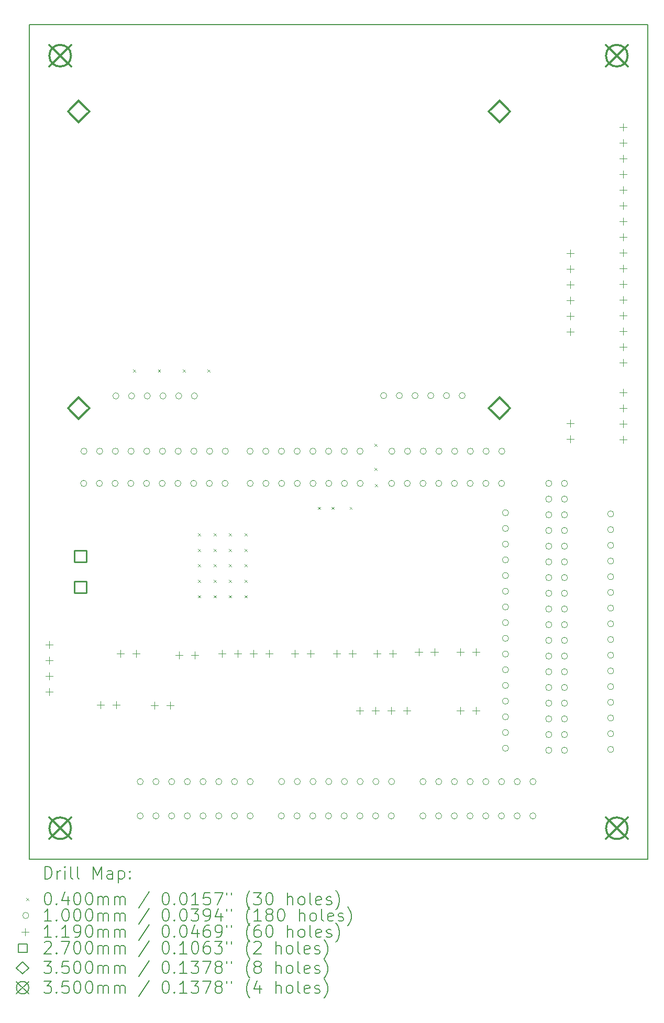
<source format=gbr>
%TF.GenerationSoftware,KiCad,Pcbnew,7.0.7*%
%TF.CreationDate,2024-01-13T15:05:10+01:00*%
%TF.ProjectId,rotor,726f746f-722e-46b6-9963-61645f706362,rev?*%
%TF.SameCoordinates,Original*%
%TF.FileFunction,Drillmap*%
%TF.FilePolarity,Positive*%
%FSLAX45Y45*%
G04 Gerber Fmt 4.5, Leading zero omitted, Abs format (unit mm)*
G04 Created by KiCad (PCBNEW 7.0.7) date 2024-01-13 15:05:10*
%MOMM*%
%LPD*%
G01*
G04 APERTURE LIST*
%ADD10C,0.150000*%
%ADD11C,0.200000*%
%ADD12C,0.040000*%
%ADD13C,0.100000*%
%ADD14C,0.119000*%
%ADD15C,0.270000*%
%ADD16C,0.350000*%
G04 APERTURE END LIST*
D10*
X11000000Y2500000D02*
X21000000Y2500000D01*
X21000000Y-11000000D01*
X11000000Y-11000000D01*
X11000000Y2500000D01*
D11*
D12*
X12680000Y-3080000D02*
X12720000Y-3120000D01*
X12720000Y-3080000D02*
X12680000Y-3120000D01*
X13080000Y-3080000D02*
X13120000Y-3120000D01*
X13120000Y-3080000D02*
X13080000Y-3120000D01*
X13480000Y-3080000D02*
X13520000Y-3120000D01*
X13520000Y-3080000D02*
X13480000Y-3120000D01*
X13730000Y-5730000D02*
X13770000Y-5770000D01*
X13770000Y-5730000D02*
X13730000Y-5770000D01*
X13730000Y-5980000D02*
X13770000Y-6020000D01*
X13770000Y-5980000D02*
X13730000Y-6020000D01*
X13730000Y-6230000D02*
X13770000Y-6270000D01*
X13770000Y-6230000D02*
X13730000Y-6270000D01*
X13730000Y-6480000D02*
X13770000Y-6520000D01*
X13770000Y-6480000D02*
X13730000Y-6520000D01*
X13730000Y-6730000D02*
X13770000Y-6770000D01*
X13770000Y-6730000D02*
X13730000Y-6770000D01*
X13880000Y-3080000D02*
X13920000Y-3120000D01*
X13920000Y-3080000D02*
X13880000Y-3120000D01*
X13980000Y-5730000D02*
X14020000Y-5770000D01*
X14020000Y-5730000D02*
X13980000Y-5770000D01*
X13980000Y-5980000D02*
X14020000Y-6020000D01*
X14020000Y-5980000D02*
X13980000Y-6020000D01*
X13980000Y-6230000D02*
X14020000Y-6270000D01*
X14020000Y-6230000D02*
X13980000Y-6270000D01*
X13980000Y-6480000D02*
X14020000Y-6520000D01*
X14020000Y-6480000D02*
X13980000Y-6520000D01*
X13980000Y-6730000D02*
X14020000Y-6770000D01*
X14020000Y-6730000D02*
X13980000Y-6770000D01*
X14230000Y-5730000D02*
X14270000Y-5770000D01*
X14270000Y-5730000D02*
X14230000Y-5770000D01*
X14230000Y-5980000D02*
X14270000Y-6020000D01*
X14270000Y-5980000D02*
X14230000Y-6020000D01*
X14230000Y-6230000D02*
X14270000Y-6270000D01*
X14270000Y-6230000D02*
X14230000Y-6270000D01*
X14230000Y-6480000D02*
X14270000Y-6520000D01*
X14270000Y-6480000D02*
X14230000Y-6520000D01*
X14230000Y-6730000D02*
X14270000Y-6770000D01*
X14270000Y-6730000D02*
X14230000Y-6770000D01*
X14480000Y-5730000D02*
X14520000Y-5770000D01*
X14520000Y-5730000D02*
X14480000Y-5770000D01*
X14480000Y-5980000D02*
X14520000Y-6020000D01*
X14520000Y-5980000D02*
X14480000Y-6020000D01*
X14480000Y-6230000D02*
X14520000Y-6270000D01*
X14520000Y-6230000D02*
X14480000Y-6270000D01*
X14480000Y-6480000D02*
X14520000Y-6520000D01*
X14520000Y-6480000D02*
X14480000Y-6520000D01*
X14480000Y-6730000D02*
X14520000Y-6770000D01*
X14520000Y-6730000D02*
X14480000Y-6770000D01*
X15670000Y-5300000D02*
X15710000Y-5340000D01*
X15710000Y-5300000D02*
X15670000Y-5340000D01*
X15890000Y-5300000D02*
X15930000Y-5340000D01*
X15930000Y-5300000D02*
X15890000Y-5340000D01*
X16180000Y-5300000D02*
X16220000Y-5340000D01*
X16220000Y-5300000D02*
X16180000Y-5340000D01*
X16580000Y-4280000D02*
X16620000Y-4320000D01*
X16620000Y-4280000D02*
X16580000Y-4320000D01*
X16580000Y-4670000D02*
X16620000Y-4710000D01*
X16620000Y-4670000D02*
X16580000Y-4710000D01*
X16590000Y-4930000D02*
X16630000Y-4970000D01*
X16630000Y-4930000D02*
X16590000Y-4970000D01*
D13*
X11929600Y-4920000D02*
G75*
G03*
X11929600Y-4920000I-50000J0D01*
G01*
X11934000Y-4400000D02*
G75*
G03*
X11934000Y-4400000I-50000J0D01*
G01*
X12183600Y-4920000D02*
G75*
G03*
X12183600Y-4920000I-50000J0D01*
G01*
X12188000Y-4400000D02*
G75*
G03*
X12188000Y-4400000I-50000J0D01*
G01*
X12437600Y-4920000D02*
G75*
G03*
X12437600Y-4920000I-50000J0D01*
G01*
X12442000Y-4400000D02*
G75*
G03*
X12442000Y-4400000I-50000J0D01*
G01*
X12450000Y-3505000D02*
G75*
G03*
X12450000Y-3505000I-50000J0D01*
G01*
X12691600Y-4920000D02*
G75*
G03*
X12691600Y-4920000I-50000J0D01*
G01*
X12696000Y-4400000D02*
G75*
G03*
X12696000Y-4400000I-50000J0D01*
G01*
X12704000Y-3505000D02*
G75*
G03*
X12704000Y-3505000I-50000J0D01*
G01*
X12843000Y-10300000D02*
G75*
G03*
X12843000Y-10300000I-50000J0D01*
G01*
X12844000Y-9746000D02*
G75*
G03*
X12844000Y-9746000I-50000J0D01*
G01*
X12945600Y-4920000D02*
G75*
G03*
X12945600Y-4920000I-50000J0D01*
G01*
X12950000Y-4400000D02*
G75*
G03*
X12950000Y-4400000I-50000J0D01*
G01*
X12958000Y-3505000D02*
G75*
G03*
X12958000Y-3505000I-50000J0D01*
G01*
X13097000Y-10300000D02*
G75*
G03*
X13097000Y-10300000I-50000J0D01*
G01*
X13098000Y-9746000D02*
G75*
G03*
X13098000Y-9746000I-50000J0D01*
G01*
X13199600Y-4920000D02*
G75*
G03*
X13199600Y-4920000I-50000J0D01*
G01*
X13204000Y-4400000D02*
G75*
G03*
X13204000Y-4400000I-50000J0D01*
G01*
X13212000Y-3505000D02*
G75*
G03*
X13212000Y-3505000I-50000J0D01*
G01*
X13351000Y-10300000D02*
G75*
G03*
X13351000Y-10300000I-50000J0D01*
G01*
X13352000Y-9746000D02*
G75*
G03*
X13352000Y-9746000I-50000J0D01*
G01*
X13453600Y-4920000D02*
G75*
G03*
X13453600Y-4920000I-50000J0D01*
G01*
X13458000Y-4400000D02*
G75*
G03*
X13458000Y-4400000I-50000J0D01*
G01*
X13466000Y-3505000D02*
G75*
G03*
X13466000Y-3505000I-50000J0D01*
G01*
X13605000Y-10300000D02*
G75*
G03*
X13605000Y-10300000I-50000J0D01*
G01*
X13606000Y-9746000D02*
G75*
G03*
X13606000Y-9746000I-50000J0D01*
G01*
X13707600Y-4920000D02*
G75*
G03*
X13707600Y-4920000I-50000J0D01*
G01*
X13712000Y-4400000D02*
G75*
G03*
X13712000Y-4400000I-50000J0D01*
G01*
X13720000Y-3505000D02*
G75*
G03*
X13720000Y-3505000I-50000J0D01*
G01*
X13859000Y-10300000D02*
G75*
G03*
X13859000Y-10300000I-50000J0D01*
G01*
X13860000Y-9746000D02*
G75*
G03*
X13860000Y-9746000I-50000J0D01*
G01*
X13961600Y-4920000D02*
G75*
G03*
X13961600Y-4920000I-50000J0D01*
G01*
X13966000Y-4400000D02*
G75*
G03*
X13966000Y-4400000I-50000J0D01*
G01*
X14113000Y-10300000D02*
G75*
G03*
X14113000Y-10300000I-50000J0D01*
G01*
X14114000Y-9746000D02*
G75*
G03*
X14114000Y-9746000I-50000J0D01*
G01*
X14215600Y-4920000D02*
G75*
G03*
X14215600Y-4920000I-50000J0D01*
G01*
X14220000Y-4400000D02*
G75*
G03*
X14220000Y-4400000I-50000J0D01*
G01*
X14367000Y-10300000D02*
G75*
G03*
X14367000Y-10300000I-50000J0D01*
G01*
X14368000Y-9746000D02*
G75*
G03*
X14368000Y-9746000I-50000J0D01*
G01*
X14620000Y-4400000D02*
G75*
G03*
X14620000Y-4400000I-50000J0D01*
G01*
X14621000Y-10300000D02*
G75*
G03*
X14621000Y-10300000I-50000J0D01*
G01*
X14622000Y-4920000D02*
G75*
G03*
X14622000Y-4920000I-50000J0D01*
G01*
X14622000Y-9746000D02*
G75*
G03*
X14622000Y-9746000I-50000J0D01*
G01*
X14874000Y-4400000D02*
G75*
G03*
X14874000Y-4400000I-50000J0D01*
G01*
X14876000Y-4920000D02*
G75*
G03*
X14876000Y-4920000I-50000J0D01*
G01*
X15126000Y-10300000D02*
G75*
G03*
X15126000Y-10300000I-50000J0D01*
G01*
X15128000Y-4400000D02*
G75*
G03*
X15128000Y-4400000I-50000J0D01*
G01*
X15130000Y-4920000D02*
G75*
G03*
X15130000Y-4920000I-50000J0D01*
G01*
X15130000Y-9745000D02*
G75*
G03*
X15130000Y-9745000I-50000J0D01*
G01*
X15380000Y-10300000D02*
G75*
G03*
X15380000Y-10300000I-50000J0D01*
G01*
X15382000Y-4400000D02*
G75*
G03*
X15382000Y-4400000I-50000J0D01*
G01*
X15384000Y-4920000D02*
G75*
G03*
X15384000Y-4920000I-50000J0D01*
G01*
X15384000Y-9745000D02*
G75*
G03*
X15384000Y-9745000I-50000J0D01*
G01*
X15634000Y-10300000D02*
G75*
G03*
X15634000Y-10300000I-50000J0D01*
G01*
X15636000Y-4400000D02*
G75*
G03*
X15636000Y-4400000I-50000J0D01*
G01*
X15638000Y-4920000D02*
G75*
G03*
X15638000Y-4920000I-50000J0D01*
G01*
X15638000Y-9745000D02*
G75*
G03*
X15638000Y-9745000I-50000J0D01*
G01*
X15888000Y-10300000D02*
G75*
G03*
X15888000Y-10300000I-50000J0D01*
G01*
X15890000Y-4400000D02*
G75*
G03*
X15890000Y-4400000I-50000J0D01*
G01*
X15892000Y-4920000D02*
G75*
G03*
X15892000Y-4920000I-50000J0D01*
G01*
X15892000Y-9745000D02*
G75*
G03*
X15892000Y-9745000I-50000J0D01*
G01*
X16142000Y-10300000D02*
G75*
G03*
X16142000Y-10300000I-50000J0D01*
G01*
X16144000Y-4400000D02*
G75*
G03*
X16144000Y-4400000I-50000J0D01*
G01*
X16146000Y-4920000D02*
G75*
G03*
X16146000Y-4920000I-50000J0D01*
G01*
X16146000Y-9745000D02*
G75*
G03*
X16146000Y-9745000I-50000J0D01*
G01*
X16396000Y-10300000D02*
G75*
G03*
X16396000Y-10300000I-50000J0D01*
G01*
X16398000Y-4400000D02*
G75*
G03*
X16398000Y-4400000I-50000J0D01*
G01*
X16400000Y-4920000D02*
G75*
G03*
X16400000Y-4920000I-50000J0D01*
G01*
X16400000Y-9745000D02*
G75*
G03*
X16400000Y-9745000I-50000J0D01*
G01*
X16650000Y-10300000D02*
G75*
G03*
X16650000Y-10300000I-50000J0D01*
G01*
X16654000Y-9745000D02*
G75*
G03*
X16654000Y-9745000I-50000J0D01*
G01*
X16780000Y-3500000D02*
G75*
G03*
X16780000Y-3500000I-50000J0D01*
G01*
X16904000Y-10300000D02*
G75*
G03*
X16904000Y-10300000I-50000J0D01*
G01*
X16908000Y-4920000D02*
G75*
G03*
X16908000Y-4920000I-50000J0D01*
G01*
X16908000Y-9745000D02*
G75*
G03*
X16908000Y-9745000I-50000J0D01*
G01*
X16912000Y-4400000D02*
G75*
G03*
X16912000Y-4400000I-50000J0D01*
G01*
X17034000Y-3500000D02*
G75*
G03*
X17034000Y-3500000I-50000J0D01*
G01*
X17162000Y-4920000D02*
G75*
G03*
X17162000Y-4920000I-50000J0D01*
G01*
X17166000Y-4400000D02*
G75*
G03*
X17166000Y-4400000I-50000J0D01*
G01*
X17288000Y-3500000D02*
G75*
G03*
X17288000Y-3500000I-50000J0D01*
G01*
X17414000Y-10300000D02*
G75*
G03*
X17414000Y-10300000I-50000J0D01*
G01*
X17416000Y-4920000D02*
G75*
G03*
X17416000Y-4920000I-50000J0D01*
G01*
X17416000Y-9746000D02*
G75*
G03*
X17416000Y-9746000I-50000J0D01*
G01*
X17420000Y-4400000D02*
G75*
G03*
X17420000Y-4400000I-50000J0D01*
G01*
X17542000Y-3500000D02*
G75*
G03*
X17542000Y-3500000I-50000J0D01*
G01*
X17668000Y-10300000D02*
G75*
G03*
X17668000Y-10300000I-50000J0D01*
G01*
X17670000Y-4920000D02*
G75*
G03*
X17670000Y-4920000I-50000J0D01*
G01*
X17670000Y-9746000D02*
G75*
G03*
X17670000Y-9746000I-50000J0D01*
G01*
X17674000Y-4400000D02*
G75*
G03*
X17674000Y-4400000I-50000J0D01*
G01*
X17796000Y-3500000D02*
G75*
G03*
X17796000Y-3500000I-50000J0D01*
G01*
X17922000Y-10300000D02*
G75*
G03*
X17922000Y-10300000I-50000J0D01*
G01*
X17924000Y-4920000D02*
G75*
G03*
X17924000Y-4920000I-50000J0D01*
G01*
X17924000Y-9746000D02*
G75*
G03*
X17924000Y-9746000I-50000J0D01*
G01*
X17928000Y-4400000D02*
G75*
G03*
X17928000Y-4400000I-50000J0D01*
G01*
X18050000Y-3500000D02*
G75*
G03*
X18050000Y-3500000I-50000J0D01*
G01*
X18176000Y-10300000D02*
G75*
G03*
X18176000Y-10300000I-50000J0D01*
G01*
X18178000Y-4920000D02*
G75*
G03*
X18178000Y-4920000I-50000J0D01*
G01*
X18178000Y-9746000D02*
G75*
G03*
X18178000Y-9746000I-50000J0D01*
G01*
X18182000Y-4400000D02*
G75*
G03*
X18182000Y-4400000I-50000J0D01*
G01*
X18430000Y-10300000D02*
G75*
G03*
X18430000Y-10300000I-50000J0D01*
G01*
X18432000Y-4920000D02*
G75*
G03*
X18432000Y-4920000I-50000J0D01*
G01*
X18432000Y-9746000D02*
G75*
G03*
X18432000Y-9746000I-50000J0D01*
G01*
X18436000Y-4400000D02*
G75*
G03*
X18436000Y-4400000I-50000J0D01*
G01*
X18684000Y-10300000D02*
G75*
G03*
X18684000Y-10300000I-50000J0D01*
G01*
X18686000Y-4920000D02*
G75*
G03*
X18686000Y-4920000I-50000J0D01*
G01*
X18686000Y-9746000D02*
G75*
G03*
X18686000Y-9746000I-50000J0D01*
G01*
X18690000Y-4400000D02*
G75*
G03*
X18690000Y-4400000I-50000J0D01*
G01*
X18750000Y-5395000D02*
G75*
G03*
X18750000Y-5395000I-50000J0D01*
G01*
X18750000Y-5649000D02*
G75*
G03*
X18750000Y-5649000I-50000J0D01*
G01*
X18750000Y-5903000D02*
G75*
G03*
X18750000Y-5903000I-50000J0D01*
G01*
X18750000Y-6157000D02*
G75*
G03*
X18750000Y-6157000I-50000J0D01*
G01*
X18750000Y-6411000D02*
G75*
G03*
X18750000Y-6411000I-50000J0D01*
G01*
X18750000Y-6665000D02*
G75*
G03*
X18750000Y-6665000I-50000J0D01*
G01*
X18750000Y-6919000D02*
G75*
G03*
X18750000Y-6919000I-50000J0D01*
G01*
X18750000Y-7173000D02*
G75*
G03*
X18750000Y-7173000I-50000J0D01*
G01*
X18750000Y-7427000D02*
G75*
G03*
X18750000Y-7427000I-50000J0D01*
G01*
X18750000Y-7681000D02*
G75*
G03*
X18750000Y-7681000I-50000J0D01*
G01*
X18750000Y-7935000D02*
G75*
G03*
X18750000Y-7935000I-50000J0D01*
G01*
X18750000Y-8189000D02*
G75*
G03*
X18750000Y-8189000I-50000J0D01*
G01*
X18750000Y-8443000D02*
G75*
G03*
X18750000Y-8443000I-50000J0D01*
G01*
X18750000Y-8697000D02*
G75*
G03*
X18750000Y-8697000I-50000J0D01*
G01*
X18750000Y-8951000D02*
G75*
G03*
X18750000Y-8951000I-50000J0D01*
G01*
X18750000Y-9205000D02*
G75*
G03*
X18750000Y-9205000I-50000J0D01*
G01*
X18938000Y-10300000D02*
G75*
G03*
X18938000Y-10300000I-50000J0D01*
G01*
X18940000Y-9746000D02*
G75*
G03*
X18940000Y-9746000I-50000J0D01*
G01*
X19192000Y-10300000D02*
G75*
G03*
X19192000Y-10300000I-50000J0D01*
G01*
X19194000Y-9746000D02*
G75*
G03*
X19194000Y-9746000I-50000J0D01*
G01*
X19449000Y-4920000D02*
G75*
G03*
X19449000Y-4920000I-50000J0D01*
G01*
X19449000Y-5174000D02*
G75*
G03*
X19449000Y-5174000I-50000J0D01*
G01*
X19449000Y-5428000D02*
G75*
G03*
X19449000Y-5428000I-50000J0D01*
G01*
X19449000Y-5682000D02*
G75*
G03*
X19449000Y-5682000I-50000J0D01*
G01*
X19449000Y-5936000D02*
G75*
G03*
X19449000Y-5936000I-50000J0D01*
G01*
X19449000Y-6190000D02*
G75*
G03*
X19449000Y-6190000I-50000J0D01*
G01*
X19449000Y-6444000D02*
G75*
G03*
X19449000Y-6444000I-50000J0D01*
G01*
X19449000Y-6698000D02*
G75*
G03*
X19449000Y-6698000I-50000J0D01*
G01*
X19449000Y-6952000D02*
G75*
G03*
X19449000Y-6952000I-50000J0D01*
G01*
X19449000Y-7206000D02*
G75*
G03*
X19449000Y-7206000I-50000J0D01*
G01*
X19449000Y-7460000D02*
G75*
G03*
X19449000Y-7460000I-50000J0D01*
G01*
X19449000Y-7714000D02*
G75*
G03*
X19449000Y-7714000I-50000J0D01*
G01*
X19449000Y-7968000D02*
G75*
G03*
X19449000Y-7968000I-50000J0D01*
G01*
X19449000Y-8222000D02*
G75*
G03*
X19449000Y-8222000I-50000J0D01*
G01*
X19449000Y-8476000D02*
G75*
G03*
X19449000Y-8476000I-50000J0D01*
G01*
X19449000Y-8730000D02*
G75*
G03*
X19449000Y-8730000I-50000J0D01*
G01*
X19449000Y-8984000D02*
G75*
G03*
X19449000Y-8984000I-50000J0D01*
G01*
X19449000Y-9238000D02*
G75*
G03*
X19449000Y-9238000I-50000J0D01*
G01*
X19703000Y-4920000D02*
G75*
G03*
X19703000Y-4920000I-50000J0D01*
G01*
X19703000Y-5174000D02*
G75*
G03*
X19703000Y-5174000I-50000J0D01*
G01*
X19703000Y-5428000D02*
G75*
G03*
X19703000Y-5428000I-50000J0D01*
G01*
X19703000Y-5682000D02*
G75*
G03*
X19703000Y-5682000I-50000J0D01*
G01*
X19703000Y-5936000D02*
G75*
G03*
X19703000Y-5936000I-50000J0D01*
G01*
X19703000Y-6190000D02*
G75*
G03*
X19703000Y-6190000I-50000J0D01*
G01*
X19703000Y-6444000D02*
G75*
G03*
X19703000Y-6444000I-50000J0D01*
G01*
X19703000Y-6698000D02*
G75*
G03*
X19703000Y-6698000I-50000J0D01*
G01*
X19703000Y-6952000D02*
G75*
G03*
X19703000Y-6952000I-50000J0D01*
G01*
X19703000Y-7206000D02*
G75*
G03*
X19703000Y-7206000I-50000J0D01*
G01*
X19703000Y-7460000D02*
G75*
G03*
X19703000Y-7460000I-50000J0D01*
G01*
X19703000Y-7714000D02*
G75*
G03*
X19703000Y-7714000I-50000J0D01*
G01*
X19703000Y-7968000D02*
G75*
G03*
X19703000Y-7968000I-50000J0D01*
G01*
X19703000Y-8222000D02*
G75*
G03*
X19703000Y-8222000I-50000J0D01*
G01*
X19703000Y-8476000D02*
G75*
G03*
X19703000Y-8476000I-50000J0D01*
G01*
X19703000Y-8730000D02*
G75*
G03*
X19703000Y-8730000I-50000J0D01*
G01*
X19703000Y-8984000D02*
G75*
G03*
X19703000Y-8984000I-50000J0D01*
G01*
X19703000Y-9238000D02*
G75*
G03*
X19703000Y-9238000I-50000J0D01*
G01*
X20450000Y-5414000D02*
G75*
G03*
X20450000Y-5414000I-50000J0D01*
G01*
X20450000Y-5668000D02*
G75*
G03*
X20450000Y-5668000I-50000J0D01*
G01*
X20450000Y-5922000D02*
G75*
G03*
X20450000Y-5922000I-50000J0D01*
G01*
X20450000Y-6176000D02*
G75*
G03*
X20450000Y-6176000I-50000J0D01*
G01*
X20450000Y-6430000D02*
G75*
G03*
X20450000Y-6430000I-50000J0D01*
G01*
X20450000Y-6684000D02*
G75*
G03*
X20450000Y-6684000I-50000J0D01*
G01*
X20450000Y-6938000D02*
G75*
G03*
X20450000Y-6938000I-50000J0D01*
G01*
X20450000Y-7192000D02*
G75*
G03*
X20450000Y-7192000I-50000J0D01*
G01*
X20450000Y-7446000D02*
G75*
G03*
X20450000Y-7446000I-50000J0D01*
G01*
X20450000Y-7700000D02*
G75*
G03*
X20450000Y-7700000I-50000J0D01*
G01*
X20450000Y-7954000D02*
G75*
G03*
X20450000Y-7954000I-50000J0D01*
G01*
X20450000Y-8208000D02*
G75*
G03*
X20450000Y-8208000I-50000J0D01*
G01*
X20450000Y-8462000D02*
G75*
G03*
X20450000Y-8462000I-50000J0D01*
G01*
X20450000Y-8716000D02*
G75*
G03*
X20450000Y-8716000I-50000J0D01*
G01*
X20450000Y-8970000D02*
G75*
G03*
X20450000Y-8970000I-50000J0D01*
G01*
X20450000Y-9224000D02*
G75*
G03*
X20450000Y-9224000I-50000J0D01*
G01*
D14*
X11320000Y-7470500D02*
X11320000Y-7589500D01*
X11260500Y-7530000D02*
X11379500Y-7530000D01*
X11320000Y-7724500D02*
X11320000Y-7843500D01*
X11260500Y-7784000D02*
X11379500Y-7784000D01*
X11320000Y-7978500D02*
X11320000Y-8097500D01*
X11260500Y-8038000D02*
X11379500Y-8038000D01*
X11320000Y-8232500D02*
X11320000Y-8351500D01*
X11260500Y-8292000D02*
X11379500Y-8292000D01*
X12150000Y-8440500D02*
X12150000Y-8559500D01*
X12090500Y-8500000D02*
X12209500Y-8500000D01*
X12404000Y-8440500D02*
X12404000Y-8559500D01*
X12344500Y-8500000D02*
X12463500Y-8500000D01*
X12471000Y-7615500D02*
X12471000Y-7734500D01*
X12411500Y-7675000D02*
X12530500Y-7675000D01*
X12725000Y-7615500D02*
X12725000Y-7734500D01*
X12665500Y-7675000D02*
X12784500Y-7675000D01*
X13026000Y-8454500D02*
X13026000Y-8573500D01*
X12966500Y-8514000D02*
X13085500Y-8514000D01*
X13280000Y-8454500D02*
X13280000Y-8573500D01*
X13220500Y-8514000D02*
X13339500Y-8514000D01*
X13421000Y-7640500D02*
X13421000Y-7759500D01*
X13361500Y-7700000D02*
X13480500Y-7700000D01*
X13675000Y-7640500D02*
X13675000Y-7759500D01*
X13615500Y-7700000D02*
X13734500Y-7700000D01*
X14119000Y-7613500D02*
X14119000Y-7732500D01*
X14059500Y-7673000D02*
X14178500Y-7673000D01*
X14373000Y-7613500D02*
X14373000Y-7732500D01*
X14313500Y-7673000D02*
X14432500Y-7673000D01*
X14627000Y-7613500D02*
X14627000Y-7732500D01*
X14567500Y-7673000D02*
X14686500Y-7673000D01*
X14881000Y-7613500D02*
X14881000Y-7732500D01*
X14821500Y-7673000D02*
X14940500Y-7673000D01*
X15296000Y-7613500D02*
X15296000Y-7732500D01*
X15236500Y-7673000D02*
X15355500Y-7673000D01*
X15550000Y-7613500D02*
X15550000Y-7732500D01*
X15490500Y-7673000D02*
X15609500Y-7673000D01*
X15971000Y-7615500D02*
X15971000Y-7734500D01*
X15911500Y-7675000D02*
X16030500Y-7675000D01*
X16225000Y-7615500D02*
X16225000Y-7734500D01*
X16165500Y-7675000D02*
X16284500Y-7675000D01*
X16346000Y-8540500D02*
X16346000Y-8659500D01*
X16286500Y-8600000D02*
X16405500Y-8600000D01*
X16600000Y-8540500D02*
X16600000Y-8659500D01*
X16540500Y-8600000D02*
X16659500Y-8600000D01*
X16621000Y-7615500D02*
X16621000Y-7734500D01*
X16561500Y-7675000D02*
X16680500Y-7675000D01*
X16854000Y-8540500D02*
X16854000Y-8659500D01*
X16794500Y-8600000D02*
X16913500Y-8600000D01*
X16875000Y-7615500D02*
X16875000Y-7734500D01*
X16815500Y-7675000D02*
X16934500Y-7675000D01*
X17108000Y-8540500D02*
X17108000Y-8659500D01*
X17048500Y-8600000D02*
X17167500Y-8600000D01*
X17296000Y-7590500D02*
X17296000Y-7709500D01*
X17236500Y-7650000D02*
X17355500Y-7650000D01*
X17550000Y-7590500D02*
X17550000Y-7709500D01*
X17490500Y-7650000D02*
X17609500Y-7650000D01*
X17971000Y-7590500D02*
X17971000Y-7709500D01*
X17911500Y-7650000D02*
X18030500Y-7650000D01*
X17971000Y-8540500D02*
X17971000Y-8659500D01*
X17911500Y-8600000D02*
X18030500Y-8600000D01*
X18225000Y-7590500D02*
X18225000Y-7709500D01*
X18165500Y-7650000D02*
X18284500Y-7650000D01*
X18225000Y-8540500D02*
X18225000Y-8659500D01*
X18165500Y-8600000D02*
X18284500Y-8600000D01*
X19750000Y-1140500D02*
X19750000Y-1259500D01*
X19690500Y-1200000D02*
X19809500Y-1200000D01*
X19750000Y-1394500D02*
X19750000Y-1513500D01*
X19690500Y-1454000D02*
X19809500Y-1454000D01*
X19750000Y-1648500D02*
X19750000Y-1767500D01*
X19690500Y-1708000D02*
X19809500Y-1708000D01*
X19750000Y-1902500D02*
X19750000Y-2021500D01*
X19690500Y-1962000D02*
X19809500Y-1962000D01*
X19750000Y-2156500D02*
X19750000Y-2275500D01*
X19690500Y-2216000D02*
X19809500Y-2216000D01*
X19750000Y-2410500D02*
X19750000Y-2529500D01*
X19690500Y-2470000D02*
X19809500Y-2470000D01*
X19750000Y-3890500D02*
X19750000Y-4009500D01*
X19690500Y-3950000D02*
X19809500Y-3950000D01*
X19750000Y-4144500D02*
X19750000Y-4263500D01*
X19690500Y-4204000D02*
X19809500Y-4204000D01*
X20600000Y899500D02*
X20600000Y780500D01*
X20540500Y840000D02*
X20659500Y840000D01*
X20600000Y645500D02*
X20600000Y526500D01*
X20540500Y586000D02*
X20659500Y586000D01*
X20600000Y391500D02*
X20600000Y272500D01*
X20540500Y332000D02*
X20659500Y332000D01*
X20600000Y137500D02*
X20600000Y18500D01*
X20540500Y78000D02*
X20659500Y78000D01*
X20600000Y-116500D02*
X20600000Y-235500D01*
X20540500Y-176000D02*
X20659500Y-176000D01*
X20600000Y-370500D02*
X20600000Y-489500D01*
X20540500Y-430000D02*
X20659500Y-430000D01*
X20600000Y-624500D02*
X20600000Y-743500D01*
X20540500Y-684000D02*
X20659500Y-684000D01*
X20600000Y-878500D02*
X20600000Y-997500D01*
X20540500Y-938000D02*
X20659500Y-938000D01*
X20600000Y-1132500D02*
X20600000Y-1251500D01*
X20540500Y-1192000D02*
X20659500Y-1192000D01*
X20600000Y-1386500D02*
X20600000Y-1505500D01*
X20540500Y-1446000D02*
X20659500Y-1446000D01*
X20600000Y-1640500D02*
X20600000Y-1759500D01*
X20540500Y-1700000D02*
X20659500Y-1700000D01*
X20600000Y-1894500D02*
X20600000Y-2013500D01*
X20540500Y-1954000D02*
X20659500Y-1954000D01*
X20600000Y-2148500D02*
X20600000Y-2267500D01*
X20540500Y-2208000D02*
X20659500Y-2208000D01*
X20600000Y-2402500D02*
X20600000Y-2521500D01*
X20540500Y-2462000D02*
X20659500Y-2462000D01*
X20600000Y-2656500D02*
X20600000Y-2775500D01*
X20540500Y-2716000D02*
X20659500Y-2716000D01*
X20600000Y-2910500D02*
X20600000Y-3029500D01*
X20540500Y-2970000D02*
X20659500Y-2970000D01*
X20600000Y-3386500D02*
X20600000Y-3505500D01*
X20540500Y-3446000D02*
X20659500Y-3446000D01*
X20600000Y-3640500D02*
X20600000Y-3759500D01*
X20540500Y-3700000D02*
X20659500Y-3700000D01*
X20600000Y-3894500D02*
X20600000Y-4013500D01*
X20540500Y-3954000D02*
X20659500Y-3954000D01*
X20600000Y-4148500D02*
X20600000Y-4267500D01*
X20540500Y-4208000D02*
X20659500Y-4208000D01*
D15*
X11920460Y-6195460D02*
X11920460Y-6004540D01*
X11729540Y-6004540D01*
X11729540Y-6195460D01*
X11920460Y-6195460D01*
X11920460Y-6695460D02*
X11920460Y-6504540D01*
X11729540Y-6504540D01*
X11729540Y-6695460D01*
X11920460Y-6695460D01*
D16*
X11800000Y925000D02*
X11975000Y1100000D01*
X11800000Y1275000D01*
X11625000Y1100000D01*
X11800000Y925000D01*
X11800000Y920000D02*
X11975000Y1095000D01*
X11800000Y1270000D01*
X11625000Y1095000D01*
X11800000Y920000D01*
X11800000Y-3875000D02*
X11975000Y-3700000D01*
X11800000Y-3525000D01*
X11625000Y-3700000D01*
X11800000Y-3875000D01*
X11800000Y-3880000D02*
X11975000Y-3705000D01*
X11800000Y-3530000D01*
X11625000Y-3705000D01*
X11800000Y-3880000D01*
X18600000Y925000D02*
X18775000Y1100000D01*
X18600000Y1275000D01*
X18425000Y1100000D01*
X18600000Y925000D01*
X18600000Y920000D02*
X18775000Y1095000D01*
X18600000Y1270000D01*
X18425000Y1095000D01*
X18600000Y920000D01*
X18600000Y-3875000D02*
X18775000Y-3700000D01*
X18600000Y-3525000D01*
X18425000Y-3700000D01*
X18600000Y-3875000D01*
X18600000Y-3880000D02*
X18775000Y-3705000D01*
X18600000Y-3530000D01*
X18425000Y-3705000D01*
X18600000Y-3880000D01*
X11325000Y2175000D02*
X11675000Y1825000D01*
X11675000Y2175000D02*
X11325000Y1825000D01*
X11675000Y2000000D02*
G75*
G03*
X11675000Y2000000I-175000J0D01*
G01*
X11325000Y-10325000D02*
X11675000Y-10675000D01*
X11675000Y-10325000D02*
X11325000Y-10675000D01*
X11675000Y-10500000D02*
G75*
G03*
X11675000Y-10500000I-175000J0D01*
G01*
X20325000Y2175000D02*
X20675000Y1825000D01*
X20675000Y2175000D02*
X20325000Y1825000D01*
X20675000Y2000000D02*
G75*
G03*
X20675000Y2000000I-175000J0D01*
G01*
X20325000Y-10325000D02*
X20675000Y-10675000D01*
X20675000Y-10325000D02*
X20325000Y-10675000D01*
X20675000Y-10500000D02*
G75*
G03*
X20675000Y-10500000I-175000J0D01*
G01*
D11*
X11253277Y-11318984D02*
X11253277Y-11118984D01*
X11253277Y-11118984D02*
X11300896Y-11118984D01*
X11300896Y-11118984D02*
X11329467Y-11128508D01*
X11329467Y-11128508D02*
X11348515Y-11147555D01*
X11348515Y-11147555D02*
X11358039Y-11166603D01*
X11358039Y-11166603D02*
X11367562Y-11204698D01*
X11367562Y-11204698D02*
X11367562Y-11233269D01*
X11367562Y-11233269D02*
X11358039Y-11271365D01*
X11358039Y-11271365D02*
X11348515Y-11290412D01*
X11348515Y-11290412D02*
X11329467Y-11309460D01*
X11329467Y-11309460D02*
X11300896Y-11318984D01*
X11300896Y-11318984D02*
X11253277Y-11318984D01*
X11453277Y-11318984D02*
X11453277Y-11185650D01*
X11453277Y-11223746D02*
X11462801Y-11204698D01*
X11462801Y-11204698D02*
X11472324Y-11195174D01*
X11472324Y-11195174D02*
X11491372Y-11185650D01*
X11491372Y-11185650D02*
X11510420Y-11185650D01*
X11577086Y-11318984D02*
X11577086Y-11185650D01*
X11577086Y-11118984D02*
X11567562Y-11128508D01*
X11567562Y-11128508D02*
X11577086Y-11138031D01*
X11577086Y-11138031D02*
X11586610Y-11128508D01*
X11586610Y-11128508D02*
X11577086Y-11118984D01*
X11577086Y-11118984D02*
X11577086Y-11138031D01*
X11700896Y-11318984D02*
X11681848Y-11309460D01*
X11681848Y-11309460D02*
X11672324Y-11290412D01*
X11672324Y-11290412D02*
X11672324Y-11118984D01*
X11805658Y-11318984D02*
X11786610Y-11309460D01*
X11786610Y-11309460D02*
X11777086Y-11290412D01*
X11777086Y-11290412D02*
X11777086Y-11118984D01*
X12034229Y-11318984D02*
X12034229Y-11118984D01*
X12034229Y-11118984D02*
X12100896Y-11261841D01*
X12100896Y-11261841D02*
X12167562Y-11118984D01*
X12167562Y-11118984D02*
X12167562Y-11318984D01*
X12348515Y-11318984D02*
X12348515Y-11214222D01*
X12348515Y-11214222D02*
X12338991Y-11195174D01*
X12338991Y-11195174D02*
X12319943Y-11185650D01*
X12319943Y-11185650D02*
X12281848Y-11185650D01*
X12281848Y-11185650D02*
X12262801Y-11195174D01*
X12348515Y-11309460D02*
X12329467Y-11318984D01*
X12329467Y-11318984D02*
X12281848Y-11318984D01*
X12281848Y-11318984D02*
X12262801Y-11309460D01*
X12262801Y-11309460D02*
X12253277Y-11290412D01*
X12253277Y-11290412D02*
X12253277Y-11271365D01*
X12253277Y-11271365D02*
X12262801Y-11252317D01*
X12262801Y-11252317D02*
X12281848Y-11242793D01*
X12281848Y-11242793D02*
X12329467Y-11242793D01*
X12329467Y-11242793D02*
X12348515Y-11233269D01*
X12443753Y-11185650D02*
X12443753Y-11385650D01*
X12443753Y-11195174D02*
X12462801Y-11185650D01*
X12462801Y-11185650D02*
X12500896Y-11185650D01*
X12500896Y-11185650D02*
X12519943Y-11195174D01*
X12519943Y-11195174D02*
X12529467Y-11204698D01*
X12529467Y-11204698D02*
X12538991Y-11223746D01*
X12538991Y-11223746D02*
X12538991Y-11280888D01*
X12538991Y-11280888D02*
X12529467Y-11299936D01*
X12529467Y-11299936D02*
X12519943Y-11309460D01*
X12519943Y-11309460D02*
X12500896Y-11318984D01*
X12500896Y-11318984D02*
X12462801Y-11318984D01*
X12462801Y-11318984D02*
X12443753Y-11309460D01*
X12624705Y-11299936D02*
X12634229Y-11309460D01*
X12634229Y-11309460D02*
X12624705Y-11318984D01*
X12624705Y-11318984D02*
X12615182Y-11309460D01*
X12615182Y-11309460D02*
X12624705Y-11299936D01*
X12624705Y-11299936D02*
X12624705Y-11318984D01*
X12624705Y-11195174D02*
X12634229Y-11204698D01*
X12634229Y-11204698D02*
X12624705Y-11214222D01*
X12624705Y-11214222D02*
X12615182Y-11204698D01*
X12615182Y-11204698D02*
X12624705Y-11195174D01*
X12624705Y-11195174D02*
X12624705Y-11214222D01*
D12*
X10952500Y-11627500D02*
X10992500Y-11667500D01*
X10992500Y-11627500D02*
X10952500Y-11667500D01*
D11*
X11291372Y-11538984D02*
X11310420Y-11538984D01*
X11310420Y-11538984D02*
X11329467Y-11548508D01*
X11329467Y-11548508D02*
X11338991Y-11558031D01*
X11338991Y-11558031D02*
X11348515Y-11577079D01*
X11348515Y-11577079D02*
X11358039Y-11615174D01*
X11358039Y-11615174D02*
X11358039Y-11662793D01*
X11358039Y-11662793D02*
X11348515Y-11700888D01*
X11348515Y-11700888D02*
X11338991Y-11719936D01*
X11338991Y-11719936D02*
X11329467Y-11729460D01*
X11329467Y-11729460D02*
X11310420Y-11738984D01*
X11310420Y-11738984D02*
X11291372Y-11738984D01*
X11291372Y-11738984D02*
X11272324Y-11729460D01*
X11272324Y-11729460D02*
X11262801Y-11719936D01*
X11262801Y-11719936D02*
X11253277Y-11700888D01*
X11253277Y-11700888D02*
X11243753Y-11662793D01*
X11243753Y-11662793D02*
X11243753Y-11615174D01*
X11243753Y-11615174D02*
X11253277Y-11577079D01*
X11253277Y-11577079D02*
X11262801Y-11558031D01*
X11262801Y-11558031D02*
X11272324Y-11548508D01*
X11272324Y-11548508D02*
X11291372Y-11538984D01*
X11443753Y-11719936D02*
X11453277Y-11729460D01*
X11453277Y-11729460D02*
X11443753Y-11738984D01*
X11443753Y-11738984D02*
X11434229Y-11729460D01*
X11434229Y-11729460D02*
X11443753Y-11719936D01*
X11443753Y-11719936D02*
X11443753Y-11738984D01*
X11624705Y-11605650D02*
X11624705Y-11738984D01*
X11577086Y-11529460D02*
X11529467Y-11672317D01*
X11529467Y-11672317D02*
X11653277Y-11672317D01*
X11767562Y-11538984D02*
X11786610Y-11538984D01*
X11786610Y-11538984D02*
X11805658Y-11548508D01*
X11805658Y-11548508D02*
X11815182Y-11558031D01*
X11815182Y-11558031D02*
X11824705Y-11577079D01*
X11824705Y-11577079D02*
X11834229Y-11615174D01*
X11834229Y-11615174D02*
X11834229Y-11662793D01*
X11834229Y-11662793D02*
X11824705Y-11700888D01*
X11824705Y-11700888D02*
X11815182Y-11719936D01*
X11815182Y-11719936D02*
X11805658Y-11729460D01*
X11805658Y-11729460D02*
X11786610Y-11738984D01*
X11786610Y-11738984D02*
X11767562Y-11738984D01*
X11767562Y-11738984D02*
X11748515Y-11729460D01*
X11748515Y-11729460D02*
X11738991Y-11719936D01*
X11738991Y-11719936D02*
X11729467Y-11700888D01*
X11729467Y-11700888D02*
X11719943Y-11662793D01*
X11719943Y-11662793D02*
X11719943Y-11615174D01*
X11719943Y-11615174D02*
X11729467Y-11577079D01*
X11729467Y-11577079D02*
X11738991Y-11558031D01*
X11738991Y-11558031D02*
X11748515Y-11548508D01*
X11748515Y-11548508D02*
X11767562Y-11538984D01*
X11958039Y-11538984D02*
X11977086Y-11538984D01*
X11977086Y-11538984D02*
X11996134Y-11548508D01*
X11996134Y-11548508D02*
X12005658Y-11558031D01*
X12005658Y-11558031D02*
X12015182Y-11577079D01*
X12015182Y-11577079D02*
X12024705Y-11615174D01*
X12024705Y-11615174D02*
X12024705Y-11662793D01*
X12024705Y-11662793D02*
X12015182Y-11700888D01*
X12015182Y-11700888D02*
X12005658Y-11719936D01*
X12005658Y-11719936D02*
X11996134Y-11729460D01*
X11996134Y-11729460D02*
X11977086Y-11738984D01*
X11977086Y-11738984D02*
X11958039Y-11738984D01*
X11958039Y-11738984D02*
X11938991Y-11729460D01*
X11938991Y-11729460D02*
X11929467Y-11719936D01*
X11929467Y-11719936D02*
X11919943Y-11700888D01*
X11919943Y-11700888D02*
X11910420Y-11662793D01*
X11910420Y-11662793D02*
X11910420Y-11615174D01*
X11910420Y-11615174D02*
X11919943Y-11577079D01*
X11919943Y-11577079D02*
X11929467Y-11558031D01*
X11929467Y-11558031D02*
X11938991Y-11548508D01*
X11938991Y-11548508D02*
X11958039Y-11538984D01*
X12110420Y-11738984D02*
X12110420Y-11605650D01*
X12110420Y-11624698D02*
X12119943Y-11615174D01*
X12119943Y-11615174D02*
X12138991Y-11605650D01*
X12138991Y-11605650D02*
X12167563Y-11605650D01*
X12167563Y-11605650D02*
X12186610Y-11615174D01*
X12186610Y-11615174D02*
X12196134Y-11634222D01*
X12196134Y-11634222D02*
X12196134Y-11738984D01*
X12196134Y-11634222D02*
X12205658Y-11615174D01*
X12205658Y-11615174D02*
X12224705Y-11605650D01*
X12224705Y-11605650D02*
X12253277Y-11605650D01*
X12253277Y-11605650D02*
X12272324Y-11615174D01*
X12272324Y-11615174D02*
X12281848Y-11634222D01*
X12281848Y-11634222D02*
X12281848Y-11738984D01*
X12377086Y-11738984D02*
X12377086Y-11605650D01*
X12377086Y-11624698D02*
X12386610Y-11615174D01*
X12386610Y-11615174D02*
X12405658Y-11605650D01*
X12405658Y-11605650D02*
X12434229Y-11605650D01*
X12434229Y-11605650D02*
X12453277Y-11615174D01*
X12453277Y-11615174D02*
X12462801Y-11634222D01*
X12462801Y-11634222D02*
X12462801Y-11738984D01*
X12462801Y-11634222D02*
X12472324Y-11615174D01*
X12472324Y-11615174D02*
X12491372Y-11605650D01*
X12491372Y-11605650D02*
X12519943Y-11605650D01*
X12519943Y-11605650D02*
X12538991Y-11615174D01*
X12538991Y-11615174D02*
X12548515Y-11634222D01*
X12548515Y-11634222D02*
X12548515Y-11738984D01*
X12938991Y-11529460D02*
X12767563Y-11786603D01*
X13196134Y-11538984D02*
X13215182Y-11538984D01*
X13215182Y-11538984D02*
X13234229Y-11548508D01*
X13234229Y-11548508D02*
X13243753Y-11558031D01*
X13243753Y-11558031D02*
X13253277Y-11577079D01*
X13253277Y-11577079D02*
X13262801Y-11615174D01*
X13262801Y-11615174D02*
X13262801Y-11662793D01*
X13262801Y-11662793D02*
X13253277Y-11700888D01*
X13253277Y-11700888D02*
X13243753Y-11719936D01*
X13243753Y-11719936D02*
X13234229Y-11729460D01*
X13234229Y-11729460D02*
X13215182Y-11738984D01*
X13215182Y-11738984D02*
X13196134Y-11738984D01*
X13196134Y-11738984D02*
X13177086Y-11729460D01*
X13177086Y-11729460D02*
X13167563Y-11719936D01*
X13167563Y-11719936D02*
X13158039Y-11700888D01*
X13158039Y-11700888D02*
X13148515Y-11662793D01*
X13148515Y-11662793D02*
X13148515Y-11615174D01*
X13148515Y-11615174D02*
X13158039Y-11577079D01*
X13158039Y-11577079D02*
X13167563Y-11558031D01*
X13167563Y-11558031D02*
X13177086Y-11548508D01*
X13177086Y-11548508D02*
X13196134Y-11538984D01*
X13348515Y-11719936D02*
X13358039Y-11729460D01*
X13358039Y-11729460D02*
X13348515Y-11738984D01*
X13348515Y-11738984D02*
X13338991Y-11729460D01*
X13338991Y-11729460D02*
X13348515Y-11719936D01*
X13348515Y-11719936D02*
X13348515Y-11738984D01*
X13481848Y-11538984D02*
X13500896Y-11538984D01*
X13500896Y-11538984D02*
X13519944Y-11548508D01*
X13519944Y-11548508D02*
X13529467Y-11558031D01*
X13529467Y-11558031D02*
X13538991Y-11577079D01*
X13538991Y-11577079D02*
X13548515Y-11615174D01*
X13548515Y-11615174D02*
X13548515Y-11662793D01*
X13548515Y-11662793D02*
X13538991Y-11700888D01*
X13538991Y-11700888D02*
X13529467Y-11719936D01*
X13529467Y-11719936D02*
X13519944Y-11729460D01*
X13519944Y-11729460D02*
X13500896Y-11738984D01*
X13500896Y-11738984D02*
X13481848Y-11738984D01*
X13481848Y-11738984D02*
X13462801Y-11729460D01*
X13462801Y-11729460D02*
X13453277Y-11719936D01*
X13453277Y-11719936D02*
X13443753Y-11700888D01*
X13443753Y-11700888D02*
X13434229Y-11662793D01*
X13434229Y-11662793D02*
X13434229Y-11615174D01*
X13434229Y-11615174D02*
X13443753Y-11577079D01*
X13443753Y-11577079D02*
X13453277Y-11558031D01*
X13453277Y-11558031D02*
X13462801Y-11548508D01*
X13462801Y-11548508D02*
X13481848Y-11538984D01*
X13738991Y-11738984D02*
X13624706Y-11738984D01*
X13681848Y-11738984D02*
X13681848Y-11538984D01*
X13681848Y-11538984D02*
X13662801Y-11567555D01*
X13662801Y-11567555D02*
X13643753Y-11586603D01*
X13643753Y-11586603D02*
X13624706Y-11596127D01*
X13919944Y-11538984D02*
X13824706Y-11538984D01*
X13824706Y-11538984D02*
X13815182Y-11634222D01*
X13815182Y-11634222D02*
X13824706Y-11624698D01*
X13824706Y-11624698D02*
X13843753Y-11615174D01*
X13843753Y-11615174D02*
X13891372Y-11615174D01*
X13891372Y-11615174D02*
X13910420Y-11624698D01*
X13910420Y-11624698D02*
X13919944Y-11634222D01*
X13919944Y-11634222D02*
X13929467Y-11653269D01*
X13929467Y-11653269D02*
X13929467Y-11700888D01*
X13929467Y-11700888D02*
X13919944Y-11719936D01*
X13919944Y-11719936D02*
X13910420Y-11729460D01*
X13910420Y-11729460D02*
X13891372Y-11738984D01*
X13891372Y-11738984D02*
X13843753Y-11738984D01*
X13843753Y-11738984D02*
X13824706Y-11729460D01*
X13824706Y-11729460D02*
X13815182Y-11719936D01*
X13996134Y-11538984D02*
X14129467Y-11538984D01*
X14129467Y-11538984D02*
X14043753Y-11738984D01*
X14196134Y-11538984D02*
X14196134Y-11577079D01*
X14272325Y-11538984D02*
X14272325Y-11577079D01*
X14567563Y-11815174D02*
X14558039Y-11805650D01*
X14558039Y-11805650D02*
X14538991Y-11777079D01*
X14538991Y-11777079D02*
X14529468Y-11758031D01*
X14529468Y-11758031D02*
X14519944Y-11729460D01*
X14519944Y-11729460D02*
X14510420Y-11681841D01*
X14510420Y-11681841D02*
X14510420Y-11643746D01*
X14510420Y-11643746D02*
X14519944Y-11596127D01*
X14519944Y-11596127D02*
X14529468Y-11567555D01*
X14529468Y-11567555D02*
X14538991Y-11548508D01*
X14538991Y-11548508D02*
X14558039Y-11519936D01*
X14558039Y-11519936D02*
X14567563Y-11510412D01*
X14624706Y-11538984D02*
X14748515Y-11538984D01*
X14748515Y-11538984D02*
X14681848Y-11615174D01*
X14681848Y-11615174D02*
X14710420Y-11615174D01*
X14710420Y-11615174D02*
X14729468Y-11624698D01*
X14729468Y-11624698D02*
X14738991Y-11634222D01*
X14738991Y-11634222D02*
X14748515Y-11653269D01*
X14748515Y-11653269D02*
X14748515Y-11700888D01*
X14748515Y-11700888D02*
X14738991Y-11719936D01*
X14738991Y-11719936D02*
X14729468Y-11729460D01*
X14729468Y-11729460D02*
X14710420Y-11738984D01*
X14710420Y-11738984D02*
X14653277Y-11738984D01*
X14653277Y-11738984D02*
X14634229Y-11729460D01*
X14634229Y-11729460D02*
X14624706Y-11719936D01*
X14872325Y-11538984D02*
X14891372Y-11538984D01*
X14891372Y-11538984D02*
X14910420Y-11548508D01*
X14910420Y-11548508D02*
X14919944Y-11558031D01*
X14919944Y-11558031D02*
X14929468Y-11577079D01*
X14929468Y-11577079D02*
X14938991Y-11615174D01*
X14938991Y-11615174D02*
X14938991Y-11662793D01*
X14938991Y-11662793D02*
X14929468Y-11700888D01*
X14929468Y-11700888D02*
X14919944Y-11719936D01*
X14919944Y-11719936D02*
X14910420Y-11729460D01*
X14910420Y-11729460D02*
X14891372Y-11738984D01*
X14891372Y-11738984D02*
X14872325Y-11738984D01*
X14872325Y-11738984D02*
X14853277Y-11729460D01*
X14853277Y-11729460D02*
X14843753Y-11719936D01*
X14843753Y-11719936D02*
X14834229Y-11700888D01*
X14834229Y-11700888D02*
X14824706Y-11662793D01*
X14824706Y-11662793D02*
X14824706Y-11615174D01*
X14824706Y-11615174D02*
X14834229Y-11577079D01*
X14834229Y-11577079D02*
X14843753Y-11558031D01*
X14843753Y-11558031D02*
X14853277Y-11548508D01*
X14853277Y-11548508D02*
X14872325Y-11538984D01*
X15177087Y-11738984D02*
X15177087Y-11538984D01*
X15262801Y-11738984D02*
X15262801Y-11634222D01*
X15262801Y-11634222D02*
X15253277Y-11615174D01*
X15253277Y-11615174D02*
X15234230Y-11605650D01*
X15234230Y-11605650D02*
X15205658Y-11605650D01*
X15205658Y-11605650D02*
X15186610Y-11615174D01*
X15186610Y-11615174D02*
X15177087Y-11624698D01*
X15386610Y-11738984D02*
X15367563Y-11729460D01*
X15367563Y-11729460D02*
X15358039Y-11719936D01*
X15358039Y-11719936D02*
X15348515Y-11700888D01*
X15348515Y-11700888D02*
X15348515Y-11643746D01*
X15348515Y-11643746D02*
X15358039Y-11624698D01*
X15358039Y-11624698D02*
X15367563Y-11615174D01*
X15367563Y-11615174D02*
X15386610Y-11605650D01*
X15386610Y-11605650D02*
X15415182Y-11605650D01*
X15415182Y-11605650D02*
X15434230Y-11615174D01*
X15434230Y-11615174D02*
X15443753Y-11624698D01*
X15443753Y-11624698D02*
X15453277Y-11643746D01*
X15453277Y-11643746D02*
X15453277Y-11700888D01*
X15453277Y-11700888D02*
X15443753Y-11719936D01*
X15443753Y-11719936D02*
X15434230Y-11729460D01*
X15434230Y-11729460D02*
X15415182Y-11738984D01*
X15415182Y-11738984D02*
X15386610Y-11738984D01*
X15567563Y-11738984D02*
X15548515Y-11729460D01*
X15548515Y-11729460D02*
X15538991Y-11710412D01*
X15538991Y-11710412D02*
X15538991Y-11538984D01*
X15719944Y-11729460D02*
X15700896Y-11738984D01*
X15700896Y-11738984D02*
X15662801Y-11738984D01*
X15662801Y-11738984D02*
X15643753Y-11729460D01*
X15643753Y-11729460D02*
X15634230Y-11710412D01*
X15634230Y-11710412D02*
X15634230Y-11634222D01*
X15634230Y-11634222D02*
X15643753Y-11615174D01*
X15643753Y-11615174D02*
X15662801Y-11605650D01*
X15662801Y-11605650D02*
X15700896Y-11605650D01*
X15700896Y-11605650D02*
X15719944Y-11615174D01*
X15719944Y-11615174D02*
X15729468Y-11634222D01*
X15729468Y-11634222D02*
X15729468Y-11653269D01*
X15729468Y-11653269D02*
X15634230Y-11672317D01*
X15805658Y-11729460D02*
X15824706Y-11738984D01*
X15824706Y-11738984D02*
X15862801Y-11738984D01*
X15862801Y-11738984D02*
X15881849Y-11729460D01*
X15881849Y-11729460D02*
X15891372Y-11710412D01*
X15891372Y-11710412D02*
X15891372Y-11700888D01*
X15891372Y-11700888D02*
X15881849Y-11681841D01*
X15881849Y-11681841D02*
X15862801Y-11672317D01*
X15862801Y-11672317D02*
X15834230Y-11672317D01*
X15834230Y-11672317D02*
X15815182Y-11662793D01*
X15815182Y-11662793D02*
X15805658Y-11643746D01*
X15805658Y-11643746D02*
X15805658Y-11634222D01*
X15805658Y-11634222D02*
X15815182Y-11615174D01*
X15815182Y-11615174D02*
X15834230Y-11605650D01*
X15834230Y-11605650D02*
X15862801Y-11605650D01*
X15862801Y-11605650D02*
X15881849Y-11615174D01*
X15958039Y-11815174D02*
X15967563Y-11805650D01*
X15967563Y-11805650D02*
X15986611Y-11777079D01*
X15986611Y-11777079D02*
X15996134Y-11758031D01*
X15996134Y-11758031D02*
X16005658Y-11729460D01*
X16005658Y-11729460D02*
X16015182Y-11681841D01*
X16015182Y-11681841D02*
X16015182Y-11643746D01*
X16015182Y-11643746D02*
X16005658Y-11596127D01*
X16005658Y-11596127D02*
X15996134Y-11567555D01*
X15996134Y-11567555D02*
X15986611Y-11548508D01*
X15986611Y-11548508D02*
X15967563Y-11519936D01*
X15967563Y-11519936D02*
X15958039Y-11510412D01*
D13*
X10992500Y-11911500D02*
G75*
G03*
X10992500Y-11911500I-50000J0D01*
G01*
D11*
X11358039Y-12002984D02*
X11243753Y-12002984D01*
X11300896Y-12002984D02*
X11300896Y-11802984D01*
X11300896Y-11802984D02*
X11281848Y-11831555D01*
X11281848Y-11831555D02*
X11262801Y-11850603D01*
X11262801Y-11850603D02*
X11243753Y-11860127D01*
X11443753Y-11983936D02*
X11453277Y-11993460D01*
X11453277Y-11993460D02*
X11443753Y-12002984D01*
X11443753Y-12002984D02*
X11434229Y-11993460D01*
X11434229Y-11993460D02*
X11443753Y-11983936D01*
X11443753Y-11983936D02*
X11443753Y-12002984D01*
X11577086Y-11802984D02*
X11596134Y-11802984D01*
X11596134Y-11802984D02*
X11615182Y-11812508D01*
X11615182Y-11812508D02*
X11624705Y-11822031D01*
X11624705Y-11822031D02*
X11634229Y-11841079D01*
X11634229Y-11841079D02*
X11643753Y-11879174D01*
X11643753Y-11879174D02*
X11643753Y-11926793D01*
X11643753Y-11926793D02*
X11634229Y-11964888D01*
X11634229Y-11964888D02*
X11624705Y-11983936D01*
X11624705Y-11983936D02*
X11615182Y-11993460D01*
X11615182Y-11993460D02*
X11596134Y-12002984D01*
X11596134Y-12002984D02*
X11577086Y-12002984D01*
X11577086Y-12002984D02*
X11558039Y-11993460D01*
X11558039Y-11993460D02*
X11548515Y-11983936D01*
X11548515Y-11983936D02*
X11538991Y-11964888D01*
X11538991Y-11964888D02*
X11529467Y-11926793D01*
X11529467Y-11926793D02*
X11529467Y-11879174D01*
X11529467Y-11879174D02*
X11538991Y-11841079D01*
X11538991Y-11841079D02*
X11548515Y-11822031D01*
X11548515Y-11822031D02*
X11558039Y-11812508D01*
X11558039Y-11812508D02*
X11577086Y-11802984D01*
X11767562Y-11802984D02*
X11786610Y-11802984D01*
X11786610Y-11802984D02*
X11805658Y-11812508D01*
X11805658Y-11812508D02*
X11815182Y-11822031D01*
X11815182Y-11822031D02*
X11824705Y-11841079D01*
X11824705Y-11841079D02*
X11834229Y-11879174D01*
X11834229Y-11879174D02*
X11834229Y-11926793D01*
X11834229Y-11926793D02*
X11824705Y-11964888D01*
X11824705Y-11964888D02*
X11815182Y-11983936D01*
X11815182Y-11983936D02*
X11805658Y-11993460D01*
X11805658Y-11993460D02*
X11786610Y-12002984D01*
X11786610Y-12002984D02*
X11767562Y-12002984D01*
X11767562Y-12002984D02*
X11748515Y-11993460D01*
X11748515Y-11993460D02*
X11738991Y-11983936D01*
X11738991Y-11983936D02*
X11729467Y-11964888D01*
X11729467Y-11964888D02*
X11719943Y-11926793D01*
X11719943Y-11926793D02*
X11719943Y-11879174D01*
X11719943Y-11879174D02*
X11729467Y-11841079D01*
X11729467Y-11841079D02*
X11738991Y-11822031D01*
X11738991Y-11822031D02*
X11748515Y-11812508D01*
X11748515Y-11812508D02*
X11767562Y-11802984D01*
X11958039Y-11802984D02*
X11977086Y-11802984D01*
X11977086Y-11802984D02*
X11996134Y-11812508D01*
X11996134Y-11812508D02*
X12005658Y-11822031D01*
X12005658Y-11822031D02*
X12015182Y-11841079D01*
X12015182Y-11841079D02*
X12024705Y-11879174D01*
X12024705Y-11879174D02*
X12024705Y-11926793D01*
X12024705Y-11926793D02*
X12015182Y-11964888D01*
X12015182Y-11964888D02*
X12005658Y-11983936D01*
X12005658Y-11983936D02*
X11996134Y-11993460D01*
X11996134Y-11993460D02*
X11977086Y-12002984D01*
X11977086Y-12002984D02*
X11958039Y-12002984D01*
X11958039Y-12002984D02*
X11938991Y-11993460D01*
X11938991Y-11993460D02*
X11929467Y-11983936D01*
X11929467Y-11983936D02*
X11919943Y-11964888D01*
X11919943Y-11964888D02*
X11910420Y-11926793D01*
X11910420Y-11926793D02*
X11910420Y-11879174D01*
X11910420Y-11879174D02*
X11919943Y-11841079D01*
X11919943Y-11841079D02*
X11929467Y-11822031D01*
X11929467Y-11822031D02*
X11938991Y-11812508D01*
X11938991Y-11812508D02*
X11958039Y-11802984D01*
X12110420Y-12002984D02*
X12110420Y-11869650D01*
X12110420Y-11888698D02*
X12119943Y-11879174D01*
X12119943Y-11879174D02*
X12138991Y-11869650D01*
X12138991Y-11869650D02*
X12167563Y-11869650D01*
X12167563Y-11869650D02*
X12186610Y-11879174D01*
X12186610Y-11879174D02*
X12196134Y-11898222D01*
X12196134Y-11898222D02*
X12196134Y-12002984D01*
X12196134Y-11898222D02*
X12205658Y-11879174D01*
X12205658Y-11879174D02*
X12224705Y-11869650D01*
X12224705Y-11869650D02*
X12253277Y-11869650D01*
X12253277Y-11869650D02*
X12272324Y-11879174D01*
X12272324Y-11879174D02*
X12281848Y-11898222D01*
X12281848Y-11898222D02*
X12281848Y-12002984D01*
X12377086Y-12002984D02*
X12377086Y-11869650D01*
X12377086Y-11888698D02*
X12386610Y-11879174D01*
X12386610Y-11879174D02*
X12405658Y-11869650D01*
X12405658Y-11869650D02*
X12434229Y-11869650D01*
X12434229Y-11869650D02*
X12453277Y-11879174D01*
X12453277Y-11879174D02*
X12462801Y-11898222D01*
X12462801Y-11898222D02*
X12462801Y-12002984D01*
X12462801Y-11898222D02*
X12472324Y-11879174D01*
X12472324Y-11879174D02*
X12491372Y-11869650D01*
X12491372Y-11869650D02*
X12519943Y-11869650D01*
X12519943Y-11869650D02*
X12538991Y-11879174D01*
X12538991Y-11879174D02*
X12548515Y-11898222D01*
X12548515Y-11898222D02*
X12548515Y-12002984D01*
X12938991Y-11793460D02*
X12767563Y-12050603D01*
X13196134Y-11802984D02*
X13215182Y-11802984D01*
X13215182Y-11802984D02*
X13234229Y-11812508D01*
X13234229Y-11812508D02*
X13243753Y-11822031D01*
X13243753Y-11822031D02*
X13253277Y-11841079D01*
X13253277Y-11841079D02*
X13262801Y-11879174D01*
X13262801Y-11879174D02*
X13262801Y-11926793D01*
X13262801Y-11926793D02*
X13253277Y-11964888D01*
X13253277Y-11964888D02*
X13243753Y-11983936D01*
X13243753Y-11983936D02*
X13234229Y-11993460D01*
X13234229Y-11993460D02*
X13215182Y-12002984D01*
X13215182Y-12002984D02*
X13196134Y-12002984D01*
X13196134Y-12002984D02*
X13177086Y-11993460D01*
X13177086Y-11993460D02*
X13167563Y-11983936D01*
X13167563Y-11983936D02*
X13158039Y-11964888D01*
X13158039Y-11964888D02*
X13148515Y-11926793D01*
X13148515Y-11926793D02*
X13148515Y-11879174D01*
X13148515Y-11879174D02*
X13158039Y-11841079D01*
X13158039Y-11841079D02*
X13167563Y-11822031D01*
X13167563Y-11822031D02*
X13177086Y-11812508D01*
X13177086Y-11812508D02*
X13196134Y-11802984D01*
X13348515Y-11983936D02*
X13358039Y-11993460D01*
X13358039Y-11993460D02*
X13348515Y-12002984D01*
X13348515Y-12002984D02*
X13338991Y-11993460D01*
X13338991Y-11993460D02*
X13348515Y-11983936D01*
X13348515Y-11983936D02*
X13348515Y-12002984D01*
X13481848Y-11802984D02*
X13500896Y-11802984D01*
X13500896Y-11802984D02*
X13519944Y-11812508D01*
X13519944Y-11812508D02*
X13529467Y-11822031D01*
X13529467Y-11822031D02*
X13538991Y-11841079D01*
X13538991Y-11841079D02*
X13548515Y-11879174D01*
X13548515Y-11879174D02*
X13548515Y-11926793D01*
X13548515Y-11926793D02*
X13538991Y-11964888D01*
X13538991Y-11964888D02*
X13529467Y-11983936D01*
X13529467Y-11983936D02*
X13519944Y-11993460D01*
X13519944Y-11993460D02*
X13500896Y-12002984D01*
X13500896Y-12002984D02*
X13481848Y-12002984D01*
X13481848Y-12002984D02*
X13462801Y-11993460D01*
X13462801Y-11993460D02*
X13453277Y-11983936D01*
X13453277Y-11983936D02*
X13443753Y-11964888D01*
X13443753Y-11964888D02*
X13434229Y-11926793D01*
X13434229Y-11926793D02*
X13434229Y-11879174D01*
X13434229Y-11879174D02*
X13443753Y-11841079D01*
X13443753Y-11841079D02*
X13453277Y-11822031D01*
X13453277Y-11822031D02*
X13462801Y-11812508D01*
X13462801Y-11812508D02*
X13481848Y-11802984D01*
X13615182Y-11802984D02*
X13738991Y-11802984D01*
X13738991Y-11802984D02*
X13672325Y-11879174D01*
X13672325Y-11879174D02*
X13700896Y-11879174D01*
X13700896Y-11879174D02*
X13719944Y-11888698D01*
X13719944Y-11888698D02*
X13729467Y-11898222D01*
X13729467Y-11898222D02*
X13738991Y-11917269D01*
X13738991Y-11917269D02*
X13738991Y-11964888D01*
X13738991Y-11964888D02*
X13729467Y-11983936D01*
X13729467Y-11983936D02*
X13719944Y-11993460D01*
X13719944Y-11993460D02*
X13700896Y-12002984D01*
X13700896Y-12002984D02*
X13643753Y-12002984D01*
X13643753Y-12002984D02*
X13624706Y-11993460D01*
X13624706Y-11993460D02*
X13615182Y-11983936D01*
X13834229Y-12002984D02*
X13872325Y-12002984D01*
X13872325Y-12002984D02*
X13891372Y-11993460D01*
X13891372Y-11993460D02*
X13900896Y-11983936D01*
X13900896Y-11983936D02*
X13919944Y-11955365D01*
X13919944Y-11955365D02*
X13929467Y-11917269D01*
X13929467Y-11917269D02*
X13929467Y-11841079D01*
X13929467Y-11841079D02*
X13919944Y-11822031D01*
X13919944Y-11822031D02*
X13910420Y-11812508D01*
X13910420Y-11812508D02*
X13891372Y-11802984D01*
X13891372Y-11802984D02*
X13853277Y-11802984D01*
X13853277Y-11802984D02*
X13834229Y-11812508D01*
X13834229Y-11812508D02*
X13824706Y-11822031D01*
X13824706Y-11822031D02*
X13815182Y-11841079D01*
X13815182Y-11841079D02*
X13815182Y-11888698D01*
X13815182Y-11888698D02*
X13824706Y-11907746D01*
X13824706Y-11907746D02*
X13834229Y-11917269D01*
X13834229Y-11917269D02*
X13853277Y-11926793D01*
X13853277Y-11926793D02*
X13891372Y-11926793D01*
X13891372Y-11926793D02*
X13910420Y-11917269D01*
X13910420Y-11917269D02*
X13919944Y-11907746D01*
X13919944Y-11907746D02*
X13929467Y-11888698D01*
X14100896Y-11869650D02*
X14100896Y-12002984D01*
X14053277Y-11793460D02*
X14005658Y-11936317D01*
X14005658Y-11936317D02*
X14129467Y-11936317D01*
X14196134Y-11802984D02*
X14196134Y-11841079D01*
X14272325Y-11802984D02*
X14272325Y-11841079D01*
X14567563Y-12079174D02*
X14558039Y-12069650D01*
X14558039Y-12069650D02*
X14538991Y-12041079D01*
X14538991Y-12041079D02*
X14529468Y-12022031D01*
X14529468Y-12022031D02*
X14519944Y-11993460D01*
X14519944Y-11993460D02*
X14510420Y-11945841D01*
X14510420Y-11945841D02*
X14510420Y-11907746D01*
X14510420Y-11907746D02*
X14519944Y-11860127D01*
X14519944Y-11860127D02*
X14529468Y-11831555D01*
X14529468Y-11831555D02*
X14538991Y-11812508D01*
X14538991Y-11812508D02*
X14558039Y-11783936D01*
X14558039Y-11783936D02*
X14567563Y-11774412D01*
X14748515Y-12002984D02*
X14634229Y-12002984D01*
X14691372Y-12002984D02*
X14691372Y-11802984D01*
X14691372Y-11802984D02*
X14672325Y-11831555D01*
X14672325Y-11831555D02*
X14653277Y-11850603D01*
X14653277Y-11850603D02*
X14634229Y-11860127D01*
X14862801Y-11888698D02*
X14843753Y-11879174D01*
X14843753Y-11879174D02*
X14834229Y-11869650D01*
X14834229Y-11869650D02*
X14824706Y-11850603D01*
X14824706Y-11850603D02*
X14824706Y-11841079D01*
X14824706Y-11841079D02*
X14834229Y-11822031D01*
X14834229Y-11822031D02*
X14843753Y-11812508D01*
X14843753Y-11812508D02*
X14862801Y-11802984D01*
X14862801Y-11802984D02*
X14900896Y-11802984D01*
X14900896Y-11802984D02*
X14919944Y-11812508D01*
X14919944Y-11812508D02*
X14929468Y-11822031D01*
X14929468Y-11822031D02*
X14938991Y-11841079D01*
X14938991Y-11841079D02*
X14938991Y-11850603D01*
X14938991Y-11850603D02*
X14929468Y-11869650D01*
X14929468Y-11869650D02*
X14919944Y-11879174D01*
X14919944Y-11879174D02*
X14900896Y-11888698D01*
X14900896Y-11888698D02*
X14862801Y-11888698D01*
X14862801Y-11888698D02*
X14843753Y-11898222D01*
X14843753Y-11898222D02*
X14834229Y-11907746D01*
X14834229Y-11907746D02*
X14824706Y-11926793D01*
X14824706Y-11926793D02*
X14824706Y-11964888D01*
X14824706Y-11964888D02*
X14834229Y-11983936D01*
X14834229Y-11983936D02*
X14843753Y-11993460D01*
X14843753Y-11993460D02*
X14862801Y-12002984D01*
X14862801Y-12002984D02*
X14900896Y-12002984D01*
X14900896Y-12002984D02*
X14919944Y-11993460D01*
X14919944Y-11993460D02*
X14929468Y-11983936D01*
X14929468Y-11983936D02*
X14938991Y-11964888D01*
X14938991Y-11964888D02*
X14938991Y-11926793D01*
X14938991Y-11926793D02*
X14929468Y-11907746D01*
X14929468Y-11907746D02*
X14919944Y-11898222D01*
X14919944Y-11898222D02*
X14900896Y-11888698D01*
X15062801Y-11802984D02*
X15081849Y-11802984D01*
X15081849Y-11802984D02*
X15100896Y-11812508D01*
X15100896Y-11812508D02*
X15110420Y-11822031D01*
X15110420Y-11822031D02*
X15119944Y-11841079D01*
X15119944Y-11841079D02*
X15129468Y-11879174D01*
X15129468Y-11879174D02*
X15129468Y-11926793D01*
X15129468Y-11926793D02*
X15119944Y-11964888D01*
X15119944Y-11964888D02*
X15110420Y-11983936D01*
X15110420Y-11983936D02*
X15100896Y-11993460D01*
X15100896Y-11993460D02*
X15081849Y-12002984D01*
X15081849Y-12002984D02*
X15062801Y-12002984D01*
X15062801Y-12002984D02*
X15043753Y-11993460D01*
X15043753Y-11993460D02*
X15034229Y-11983936D01*
X15034229Y-11983936D02*
X15024706Y-11964888D01*
X15024706Y-11964888D02*
X15015182Y-11926793D01*
X15015182Y-11926793D02*
X15015182Y-11879174D01*
X15015182Y-11879174D02*
X15024706Y-11841079D01*
X15024706Y-11841079D02*
X15034229Y-11822031D01*
X15034229Y-11822031D02*
X15043753Y-11812508D01*
X15043753Y-11812508D02*
X15062801Y-11802984D01*
X15367563Y-12002984D02*
X15367563Y-11802984D01*
X15453277Y-12002984D02*
X15453277Y-11898222D01*
X15453277Y-11898222D02*
X15443753Y-11879174D01*
X15443753Y-11879174D02*
X15424706Y-11869650D01*
X15424706Y-11869650D02*
X15396134Y-11869650D01*
X15396134Y-11869650D02*
X15377087Y-11879174D01*
X15377087Y-11879174D02*
X15367563Y-11888698D01*
X15577087Y-12002984D02*
X15558039Y-11993460D01*
X15558039Y-11993460D02*
X15548515Y-11983936D01*
X15548515Y-11983936D02*
X15538991Y-11964888D01*
X15538991Y-11964888D02*
X15538991Y-11907746D01*
X15538991Y-11907746D02*
X15548515Y-11888698D01*
X15548515Y-11888698D02*
X15558039Y-11879174D01*
X15558039Y-11879174D02*
X15577087Y-11869650D01*
X15577087Y-11869650D02*
X15605658Y-11869650D01*
X15605658Y-11869650D02*
X15624706Y-11879174D01*
X15624706Y-11879174D02*
X15634230Y-11888698D01*
X15634230Y-11888698D02*
X15643753Y-11907746D01*
X15643753Y-11907746D02*
X15643753Y-11964888D01*
X15643753Y-11964888D02*
X15634230Y-11983936D01*
X15634230Y-11983936D02*
X15624706Y-11993460D01*
X15624706Y-11993460D02*
X15605658Y-12002984D01*
X15605658Y-12002984D02*
X15577087Y-12002984D01*
X15758039Y-12002984D02*
X15738991Y-11993460D01*
X15738991Y-11993460D02*
X15729468Y-11974412D01*
X15729468Y-11974412D02*
X15729468Y-11802984D01*
X15910420Y-11993460D02*
X15891372Y-12002984D01*
X15891372Y-12002984D02*
X15853277Y-12002984D01*
X15853277Y-12002984D02*
X15834230Y-11993460D01*
X15834230Y-11993460D02*
X15824706Y-11974412D01*
X15824706Y-11974412D02*
X15824706Y-11898222D01*
X15824706Y-11898222D02*
X15834230Y-11879174D01*
X15834230Y-11879174D02*
X15853277Y-11869650D01*
X15853277Y-11869650D02*
X15891372Y-11869650D01*
X15891372Y-11869650D02*
X15910420Y-11879174D01*
X15910420Y-11879174D02*
X15919944Y-11898222D01*
X15919944Y-11898222D02*
X15919944Y-11917269D01*
X15919944Y-11917269D02*
X15824706Y-11936317D01*
X15996134Y-11993460D02*
X16015182Y-12002984D01*
X16015182Y-12002984D02*
X16053277Y-12002984D01*
X16053277Y-12002984D02*
X16072325Y-11993460D01*
X16072325Y-11993460D02*
X16081849Y-11974412D01*
X16081849Y-11974412D02*
X16081849Y-11964888D01*
X16081849Y-11964888D02*
X16072325Y-11945841D01*
X16072325Y-11945841D02*
X16053277Y-11936317D01*
X16053277Y-11936317D02*
X16024706Y-11936317D01*
X16024706Y-11936317D02*
X16005658Y-11926793D01*
X16005658Y-11926793D02*
X15996134Y-11907746D01*
X15996134Y-11907746D02*
X15996134Y-11898222D01*
X15996134Y-11898222D02*
X16005658Y-11879174D01*
X16005658Y-11879174D02*
X16024706Y-11869650D01*
X16024706Y-11869650D02*
X16053277Y-11869650D01*
X16053277Y-11869650D02*
X16072325Y-11879174D01*
X16148515Y-12079174D02*
X16158039Y-12069650D01*
X16158039Y-12069650D02*
X16177087Y-12041079D01*
X16177087Y-12041079D02*
X16186611Y-12022031D01*
X16186611Y-12022031D02*
X16196134Y-11993460D01*
X16196134Y-11993460D02*
X16205658Y-11945841D01*
X16205658Y-11945841D02*
X16205658Y-11907746D01*
X16205658Y-11907746D02*
X16196134Y-11860127D01*
X16196134Y-11860127D02*
X16186611Y-11831555D01*
X16186611Y-11831555D02*
X16177087Y-11812508D01*
X16177087Y-11812508D02*
X16158039Y-11783936D01*
X16158039Y-11783936D02*
X16148515Y-11774412D01*
D14*
X10933000Y-12116000D02*
X10933000Y-12235000D01*
X10873500Y-12175500D02*
X10992500Y-12175500D01*
D11*
X11358039Y-12266984D02*
X11243753Y-12266984D01*
X11300896Y-12266984D02*
X11300896Y-12066984D01*
X11300896Y-12066984D02*
X11281848Y-12095555D01*
X11281848Y-12095555D02*
X11262801Y-12114603D01*
X11262801Y-12114603D02*
X11243753Y-12124127D01*
X11443753Y-12247936D02*
X11453277Y-12257460D01*
X11453277Y-12257460D02*
X11443753Y-12266984D01*
X11443753Y-12266984D02*
X11434229Y-12257460D01*
X11434229Y-12257460D02*
X11443753Y-12247936D01*
X11443753Y-12247936D02*
X11443753Y-12266984D01*
X11643753Y-12266984D02*
X11529467Y-12266984D01*
X11586610Y-12266984D02*
X11586610Y-12066984D01*
X11586610Y-12066984D02*
X11567562Y-12095555D01*
X11567562Y-12095555D02*
X11548515Y-12114603D01*
X11548515Y-12114603D02*
X11529467Y-12124127D01*
X11738991Y-12266984D02*
X11777086Y-12266984D01*
X11777086Y-12266984D02*
X11796134Y-12257460D01*
X11796134Y-12257460D02*
X11805658Y-12247936D01*
X11805658Y-12247936D02*
X11824705Y-12219365D01*
X11824705Y-12219365D02*
X11834229Y-12181269D01*
X11834229Y-12181269D02*
X11834229Y-12105079D01*
X11834229Y-12105079D02*
X11824705Y-12086031D01*
X11824705Y-12086031D02*
X11815182Y-12076508D01*
X11815182Y-12076508D02*
X11796134Y-12066984D01*
X11796134Y-12066984D02*
X11758039Y-12066984D01*
X11758039Y-12066984D02*
X11738991Y-12076508D01*
X11738991Y-12076508D02*
X11729467Y-12086031D01*
X11729467Y-12086031D02*
X11719943Y-12105079D01*
X11719943Y-12105079D02*
X11719943Y-12152698D01*
X11719943Y-12152698D02*
X11729467Y-12171746D01*
X11729467Y-12171746D02*
X11738991Y-12181269D01*
X11738991Y-12181269D02*
X11758039Y-12190793D01*
X11758039Y-12190793D02*
X11796134Y-12190793D01*
X11796134Y-12190793D02*
X11815182Y-12181269D01*
X11815182Y-12181269D02*
X11824705Y-12171746D01*
X11824705Y-12171746D02*
X11834229Y-12152698D01*
X11958039Y-12066984D02*
X11977086Y-12066984D01*
X11977086Y-12066984D02*
X11996134Y-12076508D01*
X11996134Y-12076508D02*
X12005658Y-12086031D01*
X12005658Y-12086031D02*
X12015182Y-12105079D01*
X12015182Y-12105079D02*
X12024705Y-12143174D01*
X12024705Y-12143174D02*
X12024705Y-12190793D01*
X12024705Y-12190793D02*
X12015182Y-12228888D01*
X12015182Y-12228888D02*
X12005658Y-12247936D01*
X12005658Y-12247936D02*
X11996134Y-12257460D01*
X11996134Y-12257460D02*
X11977086Y-12266984D01*
X11977086Y-12266984D02*
X11958039Y-12266984D01*
X11958039Y-12266984D02*
X11938991Y-12257460D01*
X11938991Y-12257460D02*
X11929467Y-12247936D01*
X11929467Y-12247936D02*
X11919943Y-12228888D01*
X11919943Y-12228888D02*
X11910420Y-12190793D01*
X11910420Y-12190793D02*
X11910420Y-12143174D01*
X11910420Y-12143174D02*
X11919943Y-12105079D01*
X11919943Y-12105079D02*
X11929467Y-12086031D01*
X11929467Y-12086031D02*
X11938991Y-12076508D01*
X11938991Y-12076508D02*
X11958039Y-12066984D01*
X12110420Y-12266984D02*
X12110420Y-12133650D01*
X12110420Y-12152698D02*
X12119943Y-12143174D01*
X12119943Y-12143174D02*
X12138991Y-12133650D01*
X12138991Y-12133650D02*
X12167563Y-12133650D01*
X12167563Y-12133650D02*
X12186610Y-12143174D01*
X12186610Y-12143174D02*
X12196134Y-12162222D01*
X12196134Y-12162222D02*
X12196134Y-12266984D01*
X12196134Y-12162222D02*
X12205658Y-12143174D01*
X12205658Y-12143174D02*
X12224705Y-12133650D01*
X12224705Y-12133650D02*
X12253277Y-12133650D01*
X12253277Y-12133650D02*
X12272324Y-12143174D01*
X12272324Y-12143174D02*
X12281848Y-12162222D01*
X12281848Y-12162222D02*
X12281848Y-12266984D01*
X12377086Y-12266984D02*
X12377086Y-12133650D01*
X12377086Y-12152698D02*
X12386610Y-12143174D01*
X12386610Y-12143174D02*
X12405658Y-12133650D01*
X12405658Y-12133650D02*
X12434229Y-12133650D01*
X12434229Y-12133650D02*
X12453277Y-12143174D01*
X12453277Y-12143174D02*
X12462801Y-12162222D01*
X12462801Y-12162222D02*
X12462801Y-12266984D01*
X12462801Y-12162222D02*
X12472324Y-12143174D01*
X12472324Y-12143174D02*
X12491372Y-12133650D01*
X12491372Y-12133650D02*
X12519943Y-12133650D01*
X12519943Y-12133650D02*
X12538991Y-12143174D01*
X12538991Y-12143174D02*
X12548515Y-12162222D01*
X12548515Y-12162222D02*
X12548515Y-12266984D01*
X12938991Y-12057460D02*
X12767563Y-12314603D01*
X13196134Y-12066984D02*
X13215182Y-12066984D01*
X13215182Y-12066984D02*
X13234229Y-12076508D01*
X13234229Y-12076508D02*
X13243753Y-12086031D01*
X13243753Y-12086031D02*
X13253277Y-12105079D01*
X13253277Y-12105079D02*
X13262801Y-12143174D01*
X13262801Y-12143174D02*
X13262801Y-12190793D01*
X13262801Y-12190793D02*
X13253277Y-12228888D01*
X13253277Y-12228888D02*
X13243753Y-12247936D01*
X13243753Y-12247936D02*
X13234229Y-12257460D01*
X13234229Y-12257460D02*
X13215182Y-12266984D01*
X13215182Y-12266984D02*
X13196134Y-12266984D01*
X13196134Y-12266984D02*
X13177086Y-12257460D01*
X13177086Y-12257460D02*
X13167563Y-12247936D01*
X13167563Y-12247936D02*
X13158039Y-12228888D01*
X13158039Y-12228888D02*
X13148515Y-12190793D01*
X13148515Y-12190793D02*
X13148515Y-12143174D01*
X13148515Y-12143174D02*
X13158039Y-12105079D01*
X13158039Y-12105079D02*
X13167563Y-12086031D01*
X13167563Y-12086031D02*
X13177086Y-12076508D01*
X13177086Y-12076508D02*
X13196134Y-12066984D01*
X13348515Y-12247936D02*
X13358039Y-12257460D01*
X13358039Y-12257460D02*
X13348515Y-12266984D01*
X13348515Y-12266984D02*
X13338991Y-12257460D01*
X13338991Y-12257460D02*
X13348515Y-12247936D01*
X13348515Y-12247936D02*
X13348515Y-12266984D01*
X13481848Y-12066984D02*
X13500896Y-12066984D01*
X13500896Y-12066984D02*
X13519944Y-12076508D01*
X13519944Y-12076508D02*
X13529467Y-12086031D01*
X13529467Y-12086031D02*
X13538991Y-12105079D01*
X13538991Y-12105079D02*
X13548515Y-12143174D01*
X13548515Y-12143174D02*
X13548515Y-12190793D01*
X13548515Y-12190793D02*
X13538991Y-12228888D01*
X13538991Y-12228888D02*
X13529467Y-12247936D01*
X13529467Y-12247936D02*
X13519944Y-12257460D01*
X13519944Y-12257460D02*
X13500896Y-12266984D01*
X13500896Y-12266984D02*
X13481848Y-12266984D01*
X13481848Y-12266984D02*
X13462801Y-12257460D01*
X13462801Y-12257460D02*
X13453277Y-12247936D01*
X13453277Y-12247936D02*
X13443753Y-12228888D01*
X13443753Y-12228888D02*
X13434229Y-12190793D01*
X13434229Y-12190793D02*
X13434229Y-12143174D01*
X13434229Y-12143174D02*
X13443753Y-12105079D01*
X13443753Y-12105079D02*
X13453277Y-12086031D01*
X13453277Y-12086031D02*
X13462801Y-12076508D01*
X13462801Y-12076508D02*
X13481848Y-12066984D01*
X13719944Y-12133650D02*
X13719944Y-12266984D01*
X13672325Y-12057460D02*
X13624706Y-12200317D01*
X13624706Y-12200317D02*
X13748515Y-12200317D01*
X13910420Y-12066984D02*
X13872325Y-12066984D01*
X13872325Y-12066984D02*
X13853277Y-12076508D01*
X13853277Y-12076508D02*
X13843753Y-12086031D01*
X13843753Y-12086031D02*
X13824706Y-12114603D01*
X13824706Y-12114603D02*
X13815182Y-12152698D01*
X13815182Y-12152698D02*
X13815182Y-12228888D01*
X13815182Y-12228888D02*
X13824706Y-12247936D01*
X13824706Y-12247936D02*
X13834229Y-12257460D01*
X13834229Y-12257460D02*
X13853277Y-12266984D01*
X13853277Y-12266984D02*
X13891372Y-12266984D01*
X13891372Y-12266984D02*
X13910420Y-12257460D01*
X13910420Y-12257460D02*
X13919944Y-12247936D01*
X13919944Y-12247936D02*
X13929467Y-12228888D01*
X13929467Y-12228888D02*
X13929467Y-12181269D01*
X13929467Y-12181269D02*
X13919944Y-12162222D01*
X13919944Y-12162222D02*
X13910420Y-12152698D01*
X13910420Y-12152698D02*
X13891372Y-12143174D01*
X13891372Y-12143174D02*
X13853277Y-12143174D01*
X13853277Y-12143174D02*
X13834229Y-12152698D01*
X13834229Y-12152698D02*
X13824706Y-12162222D01*
X13824706Y-12162222D02*
X13815182Y-12181269D01*
X14024706Y-12266984D02*
X14062801Y-12266984D01*
X14062801Y-12266984D02*
X14081848Y-12257460D01*
X14081848Y-12257460D02*
X14091372Y-12247936D01*
X14091372Y-12247936D02*
X14110420Y-12219365D01*
X14110420Y-12219365D02*
X14119944Y-12181269D01*
X14119944Y-12181269D02*
X14119944Y-12105079D01*
X14119944Y-12105079D02*
X14110420Y-12086031D01*
X14110420Y-12086031D02*
X14100896Y-12076508D01*
X14100896Y-12076508D02*
X14081848Y-12066984D01*
X14081848Y-12066984D02*
X14043753Y-12066984D01*
X14043753Y-12066984D02*
X14024706Y-12076508D01*
X14024706Y-12076508D02*
X14015182Y-12086031D01*
X14015182Y-12086031D02*
X14005658Y-12105079D01*
X14005658Y-12105079D02*
X14005658Y-12152698D01*
X14005658Y-12152698D02*
X14015182Y-12171746D01*
X14015182Y-12171746D02*
X14024706Y-12181269D01*
X14024706Y-12181269D02*
X14043753Y-12190793D01*
X14043753Y-12190793D02*
X14081848Y-12190793D01*
X14081848Y-12190793D02*
X14100896Y-12181269D01*
X14100896Y-12181269D02*
X14110420Y-12171746D01*
X14110420Y-12171746D02*
X14119944Y-12152698D01*
X14196134Y-12066984D02*
X14196134Y-12105079D01*
X14272325Y-12066984D02*
X14272325Y-12105079D01*
X14567563Y-12343174D02*
X14558039Y-12333650D01*
X14558039Y-12333650D02*
X14538991Y-12305079D01*
X14538991Y-12305079D02*
X14529468Y-12286031D01*
X14529468Y-12286031D02*
X14519944Y-12257460D01*
X14519944Y-12257460D02*
X14510420Y-12209841D01*
X14510420Y-12209841D02*
X14510420Y-12171746D01*
X14510420Y-12171746D02*
X14519944Y-12124127D01*
X14519944Y-12124127D02*
X14529468Y-12095555D01*
X14529468Y-12095555D02*
X14538991Y-12076508D01*
X14538991Y-12076508D02*
X14558039Y-12047936D01*
X14558039Y-12047936D02*
X14567563Y-12038412D01*
X14729468Y-12066984D02*
X14691372Y-12066984D01*
X14691372Y-12066984D02*
X14672325Y-12076508D01*
X14672325Y-12076508D02*
X14662801Y-12086031D01*
X14662801Y-12086031D02*
X14643753Y-12114603D01*
X14643753Y-12114603D02*
X14634229Y-12152698D01*
X14634229Y-12152698D02*
X14634229Y-12228888D01*
X14634229Y-12228888D02*
X14643753Y-12247936D01*
X14643753Y-12247936D02*
X14653277Y-12257460D01*
X14653277Y-12257460D02*
X14672325Y-12266984D01*
X14672325Y-12266984D02*
X14710420Y-12266984D01*
X14710420Y-12266984D02*
X14729468Y-12257460D01*
X14729468Y-12257460D02*
X14738991Y-12247936D01*
X14738991Y-12247936D02*
X14748515Y-12228888D01*
X14748515Y-12228888D02*
X14748515Y-12181269D01*
X14748515Y-12181269D02*
X14738991Y-12162222D01*
X14738991Y-12162222D02*
X14729468Y-12152698D01*
X14729468Y-12152698D02*
X14710420Y-12143174D01*
X14710420Y-12143174D02*
X14672325Y-12143174D01*
X14672325Y-12143174D02*
X14653277Y-12152698D01*
X14653277Y-12152698D02*
X14643753Y-12162222D01*
X14643753Y-12162222D02*
X14634229Y-12181269D01*
X14872325Y-12066984D02*
X14891372Y-12066984D01*
X14891372Y-12066984D02*
X14910420Y-12076508D01*
X14910420Y-12076508D02*
X14919944Y-12086031D01*
X14919944Y-12086031D02*
X14929468Y-12105079D01*
X14929468Y-12105079D02*
X14938991Y-12143174D01*
X14938991Y-12143174D02*
X14938991Y-12190793D01*
X14938991Y-12190793D02*
X14929468Y-12228888D01*
X14929468Y-12228888D02*
X14919944Y-12247936D01*
X14919944Y-12247936D02*
X14910420Y-12257460D01*
X14910420Y-12257460D02*
X14891372Y-12266984D01*
X14891372Y-12266984D02*
X14872325Y-12266984D01*
X14872325Y-12266984D02*
X14853277Y-12257460D01*
X14853277Y-12257460D02*
X14843753Y-12247936D01*
X14843753Y-12247936D02*
X14834229Y-12228888D01*
X14834229Y-12228888D02*
X14824706Y-12190793D01*
X14824706Y-12190793D02*
X14824706Y-12143174D01*
X14824706Y-12143174D02*
X14834229Y-12105079D01*
X14834229Y-12105079D02*
X14843753Y-12086031D01*
X14843753Y-12086031D02*
X14853277Y-12076508D01*
X14853277Y-12076508D02*
X14872325Y-12066984D01*
X15177087Y-12266984D02*
X15177087Y-12066984D01*
X15262801Y-12266984D02*
X15262801Y-12162222D01*
X15262801Y-12162222D02*
X15253277Y-12143174D01*
X15253277Y-12143174D02*
X15234230Y-12133650D01*
X15234230Y-12133650D02*
X15205658Y-12133650D01*
X15205658Y-12133650D02*
X15186610Y-12143174D01*
X15186610Y-12143174D02*
X15177087Y-12152698D01*
X15386610Y-12266984D02*
X15367563Y-12257460D01*
X15367563Y-12257460D02*
X15358039Y-12247936D01*
X15358039Y-12247936D02*
X15348515Y-12228888D01*
X15348515Y-12228888D02*
X15348515Y-12171746D01*
X15348515Y-12171746D02*
X15358039Y-12152698D01*
X15358039Y-12152698D02*
X15367563Y-12143174D01*
X15367563Y-12143174D02*
X15386610Y-12133650D01*
X15386610Y-12133650D02*
X15415182Y-12133650D01*
X15415182Y-12133650D02*
X15434230Y-12143174D01*
X15434230Y-12143174D02*
X15443753Y-12152698D01*
X15443753Y-12152698D02*
X15453277Y-12171746D01*
X15453277Y-12171746D02*
X15453277Y-12228888D01*
X15453277Y-12228888D02*
X15443753Y-12247936D01*
X15443753Y-12247936D02*
X15434230Y-12257460D01*
X15434230Y-12257460D02*
X15415182Y-12266984D01*
X15415182Y-12266984D02*
X15386610Y-12266984D01*
X15567563Y-12266984D02*
X15548515Y-12257460D01*
X15548515Y-12257460D02*
X15538991Y-12238412D01*
X15538991Y-12238412D02*
X15538991Y-12066984D01*
X15719944Y-12257460D02*
X15700896Y-12266984D01*
X15700896Y-12266984D02*
X15662801Y-12266984D01*
X15662801Y-12266984D02*
X15643753Y-12257460D01*
X15643753Y-12257460D02*
X15634230Y-12238412D01*
X15634230Y-12238412D02*
X15634230Y-12162222D01*
X15634230Y-12162222D02*
X15643753Y-12143174D01*
X15643753Y-12143174D02*
X15662801Y-12133650D01*
X15662801Y-12133650D02*
X15700896Y-12133650D01*
X15700896Y-12133650D02*
X15719944Y-12143174D01*
X15719944Y-12143174D02*
X15729468Y-12162222D01*
X15729468Y-12162222D02*
X15729468Y-12181269D01*
X15729468Y-12181269D02*
X15634230Y-12200317D01*
X15805658Y-12257460D02*
X15824706Y-12266984D01*
X15824706Y-12266984D02*
X15862801Y-12266984D01*
X15862801Y-12266984D02*
X15881849Y-12257460D01*
X15881849Y-12257460D02*
X15891372Y-12238412D01*
X15891372Y-12238412D02*
X15891372Y-12228888D01*
X15891372Y-12228888D02*
X15881849Y-12209841D01*
X15881849Y-12209841D02*
X15862801Y-12200317D01*
X15862801Y-12200317D02*
X15834230Y-12200317D01*
X15834230Y-12200317D02*
X15815182Y-12190793D01*
X15815182Y-12190793D02*
X15805658Y-12171746D01*
X15805658Y-12171746D02*
X15805658Y-12162222D01*
X15805658Y-12162222D02*
X15815182Y-12143174D01*
X15815182Y-12143174D02*
X15834230Y-12133650D01*
X15834230Y-12133650D02*
X15862801Y-12133650D01*
X15862801Y-12133650D02*
X15881849Y-12143174D01*
X15958039Y-12343174D02*
X15967563Y-12333650D01*
X15967563Y-12333650D02*
X15986611Y-12305079D01*
X15986611Y-12305079D02*
X15996134Y-12286031D01*
X15996134Y-12286031D02*
X16005658Y-12257460D01*
X16005658Y-12257460D02*
X16015182Y-12209841D01*
X16015182Y-12209841D02*
X16015182Y-12171746D01*
X16015182Y-12171746D02*
X16005658Y-12124127D01*
X16005658Y-12124127D02*
X15996134Y-12095555D01*
X15996134Y-12095555D02*
X15986611Y-12076508D01*
X15986611Y-12076508D02*
X15967563Y-12047936D01*
X15967563Y-12047936D02*
X15958039Y-12038412D01*
X10963211Y-12510211D02*
X10963211Y-12368789D01*
X10821789Y-12368789D01*
X10821789Y-12510211D01*
X10963211Y-12510211D01*
X11243753Y-12350031D02*
X11253277Y-12340508D01*
X11253277Y-12340508D02*
X11272324Y-12330984D01*
X11272324Y-12330984D02*
X11319943Y-12330984D01*
X11319943Y-12330984D02*
X11338991Y-12340508D01*
X11338991Y-12340508D02*
X11348515Y-12350031D01*
X11348515Y-12350031D02*
X11358039Y-12369079D01*
X11358039Y-12369079D02*
X11358039Y-12388127D01*
X11358039Y-12388127D02*
X11348515Y-12416698D01*
X11348515Y-12416698D02*
X11234229Y-12530984D01*
X11234229Y-12530984D02*
X11358039Y-12530984D01*
X11443753Y-12511936D02*
X11453277Y-12521460D01*
X11453277Y-12521460D02*
X11443753Y-12530984D01*
X11443753Y-12530984D02*
X11434229Y-12521460D01*
X11434229Y-12521460D02*
X11443753Y-12511936D01*
X11443753Y-12511936D02*
X11443753Y-12530984D01*
X11519943Y-12330984D02*
X11653277Y-12330984D01*
X11653277Y-12330984D02*
X11567562Y-12530984D01*
X11767562Y-12330984D02*
X11786610Y-12330984D01*
X11786610Y-12330984D02*
X11805658Y-12340508D01*
X11805658Y-12340508D02*
X11815182Y-12350031D01*
X11815182Y-12350031D02*
X11824705Y-12369079D01*
X11824705Y-12369079D02*
X11834229Y-12407174D01*
X11834229Y-12407174D02*
X11834229Y-12454793D01*
X11834229Y-12454793D02*
X11824705Y-12492888D01*
X11824705Y-12492888D02*
X11815182Y-12511936D01*
X11815182Y-12511936D02*
X11805658Y-12521460D01*
X11805658Y-12521460D02*
X11786610Y-12530984D01*
X11786610Y-12530984D02*
X11767562Y-12530984D01*
X11767562Y-12530984D02*
X11748515Y-12521460D01*
X11748515Y-12521460D02*
X11738991Y-12511936D01*
X11738991Y-12511936D02*
X11729467Y-12492888D01*
X11729467Y-12492888D02*
X11719943Y-12454793D01*
X11719943Y-12454793D02*
X11719943Y-12407174D01*
X11719943Y-12407174D02*
X11729467Y-12369079D01*
X11729467Y-12369079D02*
X11738991Y-12350031D01*
X11738991Y-12350031D02*
X11748515Y-12340508D01*
X11748515Y-12340508D02*
X11767562Y-12330984D01*
X11958039Y-12330984D02*
X11977086Y-12330984D01*
X11977086Y-12330984D02*
X11996134Y-12340508D01*
X11996134Y-12340508D02*
X12005658Y-12350031D01*
X12005658Y-12350031D02*
X12015182Y-12369079D01*
X12015182Y-12369079D02*
X12024705Y-12407174D01*
X12024705Y-12407174D02*
X12024705Y-12454793D01*
X12024705Y-12454793D02*
X12015182Y-12492888D01*
X12015182Y-12492888D02*
X12005658Y-12511936D01*
X12005658Y-12511936D02*
X11996134Y-12521460D01*
X11996134Y-12521460D02*
X11977086Y-12530984D01*
X11977086Y-12530984D02*
X11958039Y-12530984D01*
X11958039Y-12530984D02*
X11938991Y-12521460D01*
X11938991Y-12521460D02*
X11929467Y-12511936D01*
X11929467Y-12511936D02*
X11919943Y-12492888D01*
X11919943Y-12492888D02*
X11910420Y-12454793D01*
X11910420Y-12454793D02*
X11910420Y-12407174D01*
X11910420Y-12407174D02*
X11919943Y-12369079D01*
X11919943Y-12369079D02*
X11929467Y-12350031D01*
X11929467Y-12350031D02*
X11938991Y-12340508D01*
X11938991Y-12340508D02*
X11958039Y-12330984D01*
X12110420Y-12530984D02*
X12110420Y-12397650D01*
X12110420Y-12416698D02*
X12119943Y-12407174D01*
X12119943Y-12407174D02*
X12138991Y-12397650D01*
X12138991Y-12397650D02*
X12167563Y-12397650D01*
X12167563Y-12397650D02*
X12186610Y-12407174D01*
X12186610Y-12407174D02*
X12196134Y-12426222D01*
X12196134Y-12426222D02*
X12196134Y-12530984D01*
X12196134Y-12426222D02*
X12205658Y-12407174D01*
X12205658Y-12407174D02*
X12224705Y-12397650D01*
X12224705Y-12397650D02*
X12253277Y-12397650D01*
X12253277Y-12397650D02*
X12272324Y-12407174D01*
X12272324Y-12407174D02*
X12281848Y-12426222D01*
X12281848Y-12426222D02*
X12281848Y-12530984D01*
X12377086Y-12530984D02*
X12377086Y-12397650D01*
X12377086Y-12416698D02*
X12386610Y-12407174D01*
X12386610Y-12407174D02*
X12405658Y-12397650D01*
X12405658Y-12397650D02*
X12434229Y-12397650D01*
X12434229Y-12397650D02*
X12453277Y-12407174D01*
X12453277Y-12407174D02*
X12462801Y-12426222D01*
X12462801Y-12426222D02*
X12462801Y-12530984D01*
X12462801Y-12426222D02*
X12472324Y-12407174D01*
X12472324Y-12407174D02*
X12491372Y-12397650D01*
X12491372Y-12397650D02*
X12519943Y-12397650D01*
X12519943Y-12397650D02*
X12538991Y-12407174D01*
X12538991Y-12407174D02*
X12548515Y-12426222D01*
X12548515Y-12426222D02*
X12548515Y-12530984D01*
X12938991Y-12321460D02*
X12767563Y-12578603D01*
X13196134Y-12330984D02*
X13215182Y-12330984D01*
X13215182Y-12330984D02*
X13234229Y-12340508D01*
X13234229Y-12340508D02*
X13243753Y-12350031D01*
X13243753Y-12350031D02*
X13253277Y-12369079D01*
X13253277Y-12369079D02*
X13262801Y-12407174D01*
X13262801Y-12407174D02*
X13262801Y-12454793D01*
X13262801Y-12454793D02*
X13253277Y-12492888D01*
X13253277Y-12492888D02*
X13243753Y-12511936D01*
X13243753Y-12511936D02*
X13234229Y-12521460D01*
X13234229Y-12521460D02*
X13215182Y-12530984D01*
X13215182Y-12530984D02*
X13196134Y-12530984D01*
X13196134Y-12530984D02*
X13177086Y-12521460D01*
X13177086Y-12521460D02*
X13167563Y-12511936D01*
X13167563Y-12511936D02*
X13158039Y-12492888D01*
X13158039Y-12492888D02*
X13148515Y-12454793D01*
X13148515Y-12454793D02*
X13148515Y-12407174D01*
X13148515Y-12407174D02*
X13158039Y-12369079D01*
X13158039Y-12369079D02*
X13167563Y-12350031D01*
X13167563Y-12350031D02*
X13177086Y-12340508D01*
X13177086Y-12340508D02*
X13196134Y-12330984D01*
X13348515Y-12511936D02*
X13358039Y-12521460D01*
X13358039Y-12521460D02*
X13348515Y-12530984D01*
X13348515Y-12530984D02*
X13338991Y-12521460D01*
X13338991Y-12521460D02*
X13348515Y-12511936D01*
X13348515Y-12511936D02*
X13348515Y-12530984D01*
X13548515Y-12530984D02*
X13434229Y-12530984D01*
X13491372Y-12530984D02*
X13491372Y-12330984D01*
X13491372Y-12330984D02*
X13472325Y-12359555D01*
X13472325Y-12359555D02*
X13453277Y-12378603D01*
X13453277Y-12378603D02*
X13434229Y-12388127D01*
X13672325Y-12330984D02*
X13691372Y-12330984D01*
X13691372Y-12330984D02*
X13710420Y-12340508D01*
X13710420Y-12340508D02*
X13719944Y-12350031D01*
X13719944Y-12350031D02*
X13729467Y-12369079D01*
X13729467Y-12369079D02*
X13738991Y-12407174D01*
X13738991Y-12407174D02*
X13738991Y-12454793D01*
X13738991Y-12454793D02*
X13729467Y-12492888D01*
X13729467Y-12492888D02*
X13719944Y-12511936D01*
X13719944Y-12511936D02*
X13710420Y-12521460D01*
X13710420Y-12521460D02*
X13691372Y-12530984D01*
X13691372Y-12530984D02*
X13672325Y-12530984D01*
X13672325Y-12530984D02*
X13653277Y-12521460D01*
X13653277Y-12521460D02*
X13643753Y-12511936D01*
X13643753Y-12511936D02*
X13634229Y-12492888D01*
X13634229Y-12492888D02*
X13624706Y-12454793D01*
X13624706Y-12454793D02*
X13624706Y-12407174D01*
X13624706Y-12407174D02*
X13634229Y-12369079D01*
X13634229Y-12369079D02*
X13643753Y-12350031D01*
X13643753Y-12350031D02*
X13653277Y-12340508D01*
X13653277Y-12340508D02*
X13672325Y-12330984D01*
X13910420Y-12330984D02*
X13872325Y-12330984D01*
X13872325Y-12330984D02*
X13853277Y-12340508D01*
X13853277Y-12340508D02*
X13843753Y-12350031D01*
X13843753Y-12350031D02*
X13824706Y-12378603D01*
X13824706Y-12378603D02*
X13815182Y-12416698D01*
X13815182Y-12416698D02*
X13815182Y-12492888D01*
X13815182Y-12492888D02*
X13824706Y-12511936D01*
X13824706Y-12511936D02*
X13834229Y-12521460D01*
X13834229Y-12521460D02*
X13853277Y-12530984D01*
X13853277Y-12530984D02*
X13891372Y-12530984D01*
X13891372Y-12530984D02*
X13910420Y-12521460D01*
X13910420Y-12521460D02*
X13919944Y-12511936D01*
X13919944Y-12511936D02*
X13929467Y-12492888D01*
X13929467Y-12492888D02*
X13929467Y-12445269D01*
X13929467Y-12445269D02*
X13919944Y-12426222D01*
X13919944Y-12426222D02*
X13910420Y-12416698D01*
X13910420Y-12416698D02*
X13891372Y-12407174D01*
X13891372Y-12407174D02*
X13853277Y-12407174D01*
X13853277Y-12407174D02*
X13834229Y-12416698D01*
X13834229Y-12416698D02*
X13824706Y-12426222D01*
X13824706Y-12426222D02*
X13815182Y-12445269D01*
X13996134Y-12330984D02*
X14119944Y-12330984D01*
X14119944Y-12330984D02*
X14053277Y-12407174D01*
X14053277Y-12407174D02*
X14081848Y-12407174D01*
X14081848Y-12407174D02*
X14100896Y-12416698D01*
X14100896Y-12416698D02*
X14110420Y-12426222D01*
X14110420Y-12426222D02*
X14119944Y-12445269D01*
X14119944Y-12445269D02*
X14119944Y-12492888D01*
X14119944Y-12492888D02*
X14110420Y-12511936D01*
X14110420Y-12511936D02*
X14100896Y-12521460D01*
X14100896Y-12521460D02*
X14081848Y-12530984D01*
X14081848Y-12530984D02*
X14024706Y-12530984D01*
X14024706Y-12530984D02*
X14005658Y-12521460D01*
X14005658Y-12521460D02*
X13996134Y-12511936D01*
X14196134Y-12330984D02*
X14196134Y-12369079D01*
X14272325Y-12330984D02*
X14272325Y-12369079D01*
X14567563Y-12607174D02*
X14558039Y-12597650D01*
X14558039Y-12597650D02*
X14538991Y-12569079D01*
X14538991Y-12569079D02*
X14529468Y-12550031D01*
X14529468Y-12550031D02*
X14519944Y-12521460D01*
X14519944Y-12521460D02*
X14510420Y-12473841D01*
X14510420Y-12473841D02*
X14510420Y-12435746D01*
X14510420Y-12435746D02*
X14519944Y-12388127D01*
X14519944Y-12388127D02*
X14529468Y-12359555D01*
X14529468Y-12359555D02*
X14538991Y-12340508D01*
X14538991Y-12340508D02*
X14558039Y-12311936D01*
X14558039Y-12311936D02*
X14567563Y-12302412D01*
X14634229Y-12350031D02*
X14643753Y-12340508D01*
X14643753Y-12340508D02*
X14662801Y-12330984D01*
X14662801Y-12330984D02*
X14710420Y-12330984D01*
X14710420Y-12330984D02*
X14729468Y-12340508D01*
X14729468Y-12340508D02*
X14738991Y-12350031D01*
X14738991Y-12350031D02*
X14748515Y-12369079D01*
X14748515Y-12369079D02*
X14748515Y-12388127D01*
X14748515Y-12388127D02*
X14738991Y-12416698D01*
X14738991Y-12416698D02*
X14624706Y-12530984D01*
X14624706Y-12530984D02*
X14748515Y-12530984D01*
X14986610Y-12530984D02*
X14986610Y-12330984D01*
X15072325Y-12530984D02*
X15072325Y-12426222D01*
X15072325Y-12426222D02*
X15062801Y-12407174D01*
X15062801Y-12407174D02*
X15043753Y-12397650D01*
X15043753Y-12397650D02*
X15015182Y-12397650D01*
X15015182Y-12397650D02*
X14996134Y-12407174D01*
X14996134Y-12407174D02*
X14986610Y-12416698D01*
X15196134Y-12530984D02*
X15177087Y-12521460D01*
X15177087Y-12521460D02*
X15167563Y-12511936D01*
X15167563Y-12511936D02*
X15158039Y-12492888D01*
X15158039Y-12492888D02*
X15158039Y-12435746D01*
X15158039Y-12435746D02*
X15167563Y-12416698D01*
X15167563Y-12416698D02*
X15177087Y-12407174D01*
X15177087Y-12407174D02*
X15196134Y-12397650D01*
X15196134Y-12397650D02*
X15224706Y-12397650D01*
X15224706Y-12397650D02*
X15243753Y-12407174D01*
X15243753Y-12407174D02*
X15253277Y-12416698D01*
X15253277Y-12416698D02*
X15262801Y-12435746D01*
X15262801Y-12435746D02*
X15262801Y-12492888D01*
X15262801Y-12492888D02*
X15253277Y-12511936D01*
X15253277Y-12511936D02*
X15243753Y-12521460D01*
X15243753Y-12521460D02*
X15224706Y-12530984D01*
X15224706Y-12530984D02*
X15196134Y-12530984D01*
X15377087Y-12530984D02*
X15358039Y-12521460D01*
X15358039Y-12521460D02*
X15348515Y-12502412D01*
X15348515Y-12502412D02*
X15348515Y-12330984D01*
X15529468Y-12521460D02*
X15510420Y-12530984D01*
X15510420Y-12530984D02*
X15472325Y-12530984D01*
X15472325Y-12530984D02*
X15453277Y-12521460D01*
X15453277Y-12521460D02*
X15443753Y-12502412D01*
X15443753Y-12502412D02*
X15443753Y-12426222D01*
X15443753Y-12426222D02*
X15453277Y-12407174D01*
X15453277Y-12407174D02*
X15472325Y-12397650D01*
X15472325Y-12397650D02*
X15510420Y-12397650D01*
X15510420Y-12397650D02*
X15529468Y-12407174D01*
X15529468Y-12407174D02*
X15538991Y-12426222D01*
X15538991Y-12426222D02*
X15538991Y-12445269D01*
X15538991Y-12445269D02*
X15443753Y-12464317D01*
X15615182Y-12521460D02*
X15634230Y-12530984D01*
X15634230Y-12530984D02*
X15672325Y-12530984D01*
X15672325Y-12530984D02*
X15691372Y-12521460D01*
X15691372Y-12521460D02*
X15700896Y-12502412D01*
X15700896Y-12502412D02*
X15700896Y-12492888D01*
X15700896Y-12492888D02*
X15691372Y-12473841D01*
X15691372Y-12473841D02*
X15672325Y-12464317D01*
X15672325Y-12464317D02*
X15643753Y-12464317D01*
X15643753Y-12464317D02*
X15624706Y-12454793D01*
X15624706Y-12454793D02*
X15615182Y-12435746D01*
X15615182Y-12435746D02*
X15615182Y-12426222D01*
X15615182Y-12426222D02*
X15624706Y-12407174D01*
X15624706Y-12407174D02*
X15643753Y-12397650D01*
X15643753Y-12397650D02*
X15672325Y-12397650D01*
X15672325Y-12397650D02*
X15691372Y-12407174D01*
X15767563Y-12607174D02*
X15777087Y-12597650D01*
X15777087Y-12597650D02*
X15796134Y-12569079D01*
X15796134Y-12569079D02*
X15805658Y-12550031D01*
X15805658Y-12550031D02*
X15815182Y-12521460D01*
X15815182Y-12521460D02*
X15824706Y-12473841D01*
X15824706Y-12473841D02*
X15824706Y-12435746D01*
X15824706Y-12435746D02*
X15815182Y-12388127D01*
X15815182Y-12388127D02*
X15805658Y-12359555D01*
X15805658Y-12359555D02*
X15796134Y-12340508D01*
X15796134Y-12340508D02*
X15777087Y-12311936D01*
X15777087Y-12311936D02*
X15767563Y-12302412D01*
X10892500Y-12859500D02*
X10992500Y-12759500D01*
X10892500Y-12659500D01*
X10792500Y-12759500D01*
X10892500Y-12859500D01*
X11234229Y-12650984D02*
X11358039Y-12650984D01*
X11358039Y-12650984D02*
X11291372Y-12727174D01*
X11291372Y-12727174D02*
X11319943Y-12727174D01*
X11319943Y-12727174D02*
X11338991Y-12736698D01*
X11338991Y-12736698D02*
X11348515Y-12746222D01*
X11348515Y-12746222D02*
X11358039Y-12765269D01*
X11358039Y-12765269D02*
X11358039Y-12812888D01*
X11358039Y-12812888D02*
X11348515Y-12831936D01*
X11348515Y-12831936D02*
X11338991Y-12841460D01*
X11338991Y-12841460D02*
X11319943Y-12850984D01*
X11319943Y-12850984D02*
X11262801Y-12850984D01*
X11262801Y-12850984D02*
X11243753Y-12841460D01*
X11243753Y-12841460D02*
X11234229Y-12831936D01*
X11443753Y-12831936D02*
X11453277Y-12841460D01*
X11453277Y-12841460D02*
X11443753Y-12850984D01*
X11443753Y-12850984D02*
X11434229Y-12841460D01*
X11434229Y-12841460D02*
X11443753Y-12831936D01*
X11443753Y-12831936D02*
X11443753Y-12850984D01*
X11634229Y-12650984D02*
X11538991Y-12650984D01*
X11538991Y-12650984D02*
X11529467Y-12746222D01*
X11529467Y-12746222D02*
X11538991Y-12736698D01*
X11538991Y-12736698D02*
X11558039Y-12727174D01*
X11558039Y-12727174D02*
X11605658Y-12727174D01*
X11605658Y-12727174D02*
X11624705Y-12736698D01*
X11624705Y-12736698D02*
X11634229Y-12746222D01*
X11634229Y-12746222D02*
X11643753Y-12765269D01*
X11643753Y-12765269D02*
X11643753Y-12812888D01*
X11643753Y-12812888D02*
X11634229Y-12831936D01*
X11634229Y-12831936D02*
X11624705Y-12841460D01*
X11624705Y-12841460D02*
X11605658Y-12850984D01*
X11605658Y-12850984D02*
X11558039Y-12850984D01*
X11558039Y-12850984D02*
X11538991Y-12841460D01*
X11538991Y-12841460D02*
X11529467Y-12831936D01*
X11767562Y-12650984D02*
X11786610Y-12650984D01*
X11786610Y-12650984D02*
X11805658Y-12660508D01*
X11805658Y-12660508D02*
X11815182Y-12670031D01*
X11815182Y-12670031D02*
X11824705Y-12689079D01*
X11824705Y-12689079D02*
X11834229Y-12727174D01*
X11834229Y-12727174D02*
X11834229Y-12774793D01*
X11834229Y-12774793D02*
X11824705Y-12812888D01*
X11824705Y-12812888D02*
X11815182Y-12831936D01*
X11815182Y-12831936D02*
X11805658Y-12841460D01*
X11805658Y-12841460D02*
X11786610Y-12850984D01*
X11786610Y-12850984D02*
X11767562Y-12850984D01*
X11767562Y-12850984D02*
X11748515Y-12841460D01*
X11748515Y-12841460D02*
X11738991Y-12831936D01*
X11738991Y-12831936D02*
X11729467Y-12812888D01*
X11729467Y-12812888D02*
X11719943Y-12774793D01*
X11719943Y-12774793D02*
X11719943Y-12727174D01*
X11719943Y-12727174D02*
X11729467Y-12689079D01*
X11729467Y-12689079D02*
X11738991Y-12670031D01*
X11738991Y-12670031D02*
X11748515Y-12660508D01*
X11748515Y-12660508D02*
X11767562Y-12650984D01*
X11958039Y-12650984D02*
X11977086Y-12650984D01*
X11977086Y-12650984D02*
X11996134Y-12660508D01*
X11996134Y-12660508D02*
X12005658Y-12670031D01*
X12005658Y-12670031D02*
X12015182Y-12689079D01*
X12015182Y-12689079D02*
X12024705Y-12727174D01*
X12024705Y-12727174D02*
X12024705Y-12774793D01*
X12024705Y-12774793D02*
X12015182Y-12812888D01*
X12015182Y-12812888D02*
X12005658Y-12831936D01*
X12005658Y-12831936D02*
X11996134Y-12841460D01*
X11996134Y-12841460D02*
X11977086Y-12850984D01*
X11977086Y-12850984D02*
X11958039Y-12850984D01*
X11958039Y-12850984D02*
X11938991Y-12841460D01*
X11938991Y-12841460D02*
X11929467Y-12831936D01*
X11929467Y-12831936D02*
X11919943Y-12812888D01*
X11919943Y-12812888D02*
X11910420Y-12774793D01*
X11910420Y-12774793D02*
X11910420Y-12727174D01*
X11910420Y-12727174D02*
X11919943Y-12689079D01*
X11919943Y-12689079D02*
X11929467Y-12670031D01*
X11929467Y-12670031D02*
X11938991Y-12660508D01*
X11938991Y-12660508D02*
X11958039Y-12650984D01*
X12110420Y-12850984D02*
X12110420Y-12717650D01*
X12110420Y-12736698D02*
X12119943Y-12727174D01*
X12119943Y-12727174D02*
X12138991Y-12717650D01*
X12138991Y-12717650D02*
X12167563Y-12717650D01*
X12167563Y-12717650D02*
X12186610Y-12727174D01*
X12186610Y-12727174D02*
X12196134Y-12746222D01*
X12196134Y-12746222D02*
X12196134Y-12850984D01*
X12196134Y-12746222D02*
X12205658Y-12727174D01*
X12205658Y-12727174D02*
X12224705Y-12717650D01*
X12224705Y-12717650D02*
X12253277Y-12717650D01*
X12253277Y-12717650D02*
X12272324Y-12727174D01*
X12272324Y-12727174D02*
X12281848Y-12746222D01*
X12281848Y-12746222D02*
X12281848Y-12850984D01*
X12377086Y-12850984D02*
X12377086Y-12717650D01*
X12377086Y-12736698D02*
X12386610Y-12727174D01*
X12386610Y-12727174D02*
X12405658Y-12717650D01*
X12405658Y-12717650D02*
X12434229Y-12717650D01*
X12434229Y-12717650D02*
X12453277Y-12727174D01*
X12453277Y-12727174D02*
X12462801Y-12746222D01*
X12462801Y-12746222D02*
X12462801Y-12850984D01*
X12462801Y-12746222D02*
X12472324Y-12727174D01*
X12472324Y-12727174D02*
X12491372Y-12717650D01*
X12491372Y-12717650D02*
X12519943Y-12717650D01*
X12519943Y-12717650D02*
X12538991Y-12727174D01*
X12538991Y-12727174D02*
X12548515Y-12746222D01*
X12548515Y-12746222D02*
X12548515Y-12850984D01*
X12938991Y-12641460D02*
X12767563Y-12898603D01*
X13196134Y-12650984D02*
X13215182Y-12650984D01*
X13215182Y-12650984D02*
X13234229Y-12660508D01*
X13234229Y-12660508D02*
X13243753Y-12670031D01*
X13243753Y-12670031D02*
X13253277Y-12689079D01*
X13253277Y-12689079D02*
X13262801Y-12727174D01*
X13262801Y-12727174D02*
X13262801Y-12774793D01*
X13262801Y-12774793D02*
X13253277Y-12812888D01*
X13253277Y-12812888D02*
X13243753Y-12831936D01*
X13243753Y-12831936D02*
X13234229Y-12841460D01*
X13234229Y-12841460D02*
X13215182Y-12850984D01*
X13215182Y-12850984D02*
X13196134Y-12850984D01*
X13196134Y-12850984D02*
X13177086Y-12841460D01*
X13177086Y-12841460D02*
X13167563Y-12831936D01*
X13167563Y-12831936D02*
X13158039Y-12812888D01*
X13158039Y-12812888D02*
X13148515Y-12774793D01*
X13148515Y-12774793D02*
X13148515Y-12727174D01*
X13148515Y-12727174D02*
X13158039Y-12689079D01*
X13158039Y-12689079D02*
X13167563Y-12670031D01*
X13167563Y-12670031D02*
X13177086Y-12660508D01*
X13177086Y-12660508D02*
X13196134Y-12650984D01*
X13348515Y-12831936D02*
X13358039Y-12841460D01*
X13358039Y-12841460D02*
X13348515Y-12850984D01*
X13348515Y-12850984D02*
X13338991Y-12841460D01*
X13338991Y-12841460D02*
X13348515Y-12831936D01*
X13348515Y-12831936D02*
X13348515Y-12850984D01*
X13548515Y-12850984D02*
X13434229Y-12850984D01*
X13491372Y-12850984D02*
X13491372Y-12650984D01*
X13491372Y-12650984D02*
X13472325Y-12679555D01*
X13472325Y-12679555D02*
X13453277Y-12698603D01*
X13453277Y-12698603D02*
X13434229Y-12708127D01*
X13615182Y-12650984D02*
X13738991Y-12650984D01*
X13738991Y-12650984D02*
X13672325Y-12727174D01*
X13672325Y-12727174D02*
X13700896Y-12727174D01*
X13700896Y-12727174D02*
X13719944Y-12736698D01*
X13719944Y-12736698D02*
X13729467Y-12746222D01*
X13729467Y-12746222D02*
X13738991Y-12765269D01*
X13738991Y-12765269D02*
X13738991Y-12812888D01*
X13738991Y-12812888D02*
X13729467Y-12831936D01*
X13729467Y-12831936D02*
X13719944Y-12841460D01*
X13719944Y-12841460D02*
X13700896Y-12850984D01*
X13700896Y-12850984D02*
X13643753Y-12850984D01*
X13643753Y-12850984D02*
X13624706Y-12841460D01*
X13624706Y-12841460D02*
X13615182Y-12831936D01*
X13805658Y-12650984D02*
X13938991Y-12650984D01*
X13938991Y-12650984D02*
X13853277Y-12850984D01*
X14043753Y-12736698D02*
X14024706Y-12727174D01*
X14024706Y-12727174D02*
X14015182Y-12717650D01*
X14015182Y-12717650D02*
X14005658Y-12698603D01*
X14005658Y-12698603D02*
X14005658Y-12689079D01*
X14005658Y-12689079D02*
X14015182Y-12670031D01*
X14015182Y-12670031D02*
X14024706Y-12660508D01*
X14024706Y-12660508D02*
X14043753Y-12650984D01*
X14043753Y-12650984D02*
X14081848Y-12650984D01*
X14081848Y-12650984D02*
X14100896Y-12660508D01*
X14100896Y-12660508D02*
X14110420Y-12670031D01*
X14110420Y-12670031D02*
X14119944Y-12689079D01*
X14119944Y-12689079D02*
X14119944Y-12698603D01*
X14119944Y-12698603D02*
X14110420Y-12717650D01*
X14110420Y-12717650D02*
X14100896Y-12727174D01*
X14100896Y-12727174D02*
X14081848Y-12736698D01*
X14081848Y-12736698D02*
X14043753Y-12736698D01*
X14043753Y-12736698D02*
X14024706Y-12746222D01*
X14024706Y-12746222D02*
X14015182Y-12755746D01*
X14015182Y-12755746D02*
X14005658Y-12774793D01*
X14005658Y-12774793D02*
X14005658Y-12812888D01*
X14005658Y-12812888D02*
X14015182Y-12831936D01*
X14015182Y-12831936D02*
X14024706Y-12841460D01*
X14024706Y-12841460D02*
X14043753Y-12850984D01*
X14043753Y-12850984D02*
X14081848Y-12850984D01*
X14081848Y-12850984D02*
X14100896Y-12841460D01*
X14100896Y-12841460D02*
X14110420Y-12831936D01*
X14110420Y-12831936D02*
X14119944Y-12812888D01*
X14119944Y-12812888D02*
X14119944Y-12774793D01*
X14119944Y-12774793D02*
X14110420Y-12755746D01*
X14110420Y-12755746D02*
X14100896Y-12746222D01*
X14100896Y-12746222D02*
X14081848Y-12736698D01*
X14196134Y-12650984D02*
X14196134Y-12689079D01*
X14272325Y-12650984D02*
X14272325Y-12689079D01*
X14567563Y-12927174D02*
X14558039Y-12917650D01*
X14558039Y-12917650D02*
X14538991Y-12889079D01*
X14538991Y-12889079D02*
X14529468Y-12870031D01*
X14529468Y-12870031D02*
X14519944Y-12841460D01*
X14519944Y-12841460D02*
X14510420Y-12793841D01*
X14510420Y-12793841D02*
X14510420Y-12755746D01*
X14510420Y-12755746D02*
X14519944Y-12708127D01*
X14519944Y-12708127D02*
X14529468Y-12679555D01*
X14529468Y-12679555D02*
X14538991Y-12660508D01*
X14538991Y-12660508D02*
X14558039Y-12631936D01*
X14558039Y-12631936D02*
X14567563Y-12622412D01*
X14672325Y-12736698D02*
X14653277Y-12727174D01*
X14653277Y-12727174D02*
X14643753Y-12717650D01*
X14643753Y-12717650D02*
X14634229Y-12698603D01*
X14634229Y-12698603D02*
X14634229Y-12689079D01*
X14634229Y-12689079D02*
X14643753Y-12670031D01*
X14643753Y-12670031D02*
X14653277Y-12660508D01*
X14653277Y-12660508D02*
X14672325Y-12650984D01*
X14672325Y-12650984D02*
X14710420Y-12650984D01*
X14710420Y-12650984D02*
X14729468Y-12660508D01*
X14729468Y-12660508D02*
X14738991Y-12670031D01*
X14738991Y-12670031D02*
X14748515Y-12689079D01*
X14748515Y-12689079D02*
X14748515Y-12698603D01*
X14748515Y-12698603D02*
X14738991Y-12717650D01*
X14738991Y-12717650D02*
X14729468Y-12727174D01*
X14729468Y-12727174D02*
X14710420Y-12736698D01*
X14710420Y-12736698D02*
X14672325Y-12736698D01*
X14672325Y-12736698D02*
X14653277Y-12746222D01*
X14653277Y-12746222D02*
X14643753Y-12755746D01*
X14643753Y-12755746D02*
X14634229Y-12774793D01*
X14634229Y-12774793D02*
X14634229Y-12812888D01*
X14634229Y-12812888D02*
X14643753Y-12831936D01*
X14643753Y-12831936D02*
X14653277Y-12841460D01*
X14653277Y-12841460D02*
X14672325Y-12850984D01*
X14672325Y-12850984D02*
X14710420Y-12850984D01*
X14710420Y-12850984D02*
X14729468Y-12841460D01*
X14729468Y-12841460D02*
X14738991Y-12831936D01*
X14738991Y-12831936D02*
X14748515Y-12812888D01*
X14748515Y-12812888D02*
X14748515Y-12774793D01*
X14748515Y-12774793D02*
X14738991Y-12755746D01*
X14738991Y-12755746D02*
X14729468Y-12746222D01*
X14729468Y-12746222D02*
X14710420Y-12736698D01*
X14986610Y-12850984D02*
X14986610Y-12650984D01*
X15072325Y-12850984D02*
X15072325Y-12746222D01*
X15072325Y-12746222D02*
X15062801Y-12727174D01*
X15062801Y-12727174D02*
X15043753Y-12717650D01*
X15043753Y-12717650D02*
X15015182Y-12717650D01*
X15015182Y-12717650D02*
X14996134Y-12727174D01*
X14996134Y-12727174D02*
X14986610Y-12736698D01*
X15196134Y-12850984D02*
X15177087Y-12841460D01*
X15177087Y-12841460D02*
X15167563Y-12831936D01*
X15167563Y-12831936D02*
X15158039Y-12812888D01*
X15158039Y-12812888D02*
X15158039Y-12755746D01*
X15158039Y-12755746D02*
X15167563Y-12736698D01*
X15167563Y-12736698D02*
X15177087Y-12727174D01*
X15177087Y-12727174D02*
X15196134Y-12717650D01*
X15196134Y-12717650D02*
X15224706Y-12717650D01*
X15224706Y-12717650D02*
X15243753Y-12727174D01*
X15243753Y-12727174D02*
X15253277Y-12736698D01*
X15253277Y-12736698D02*
X15262801Y-12755746D01*
X15262801Y-12755746D02*
X15262801Y-12812888D01*
X15262801Y-12812888D02*
X15253277Y-12831936D01*
X15253277Y-12831936D02*
X15243753Y-12841460D01*
X15243753Y-12841460D02*
X15224706Y-12850984D01*
X15224706Y-12850984D02*
X15196134Y-12850984D01*
X15377087Y-12850984D02*
X15358039Y-12841460D01*
X15358039Y-12841460D02*
X15348515Y-12822412D01*
X15348515Y-12822412D02*
X15348515Y-12650984D01*
X15529468Y-12841460D02*
X15510420Y-12850984D01*
X15510420Y-12850984D02*
X15472325Y-12850984D01*
X15472325Y-12850984D02*
X15453277Y-12841460D01*
X15453277Y-12841460D02*
X15443753Y-12822412D01*
X15443753Y-12822412D02*
X15443753Y-12746222D01*
X15443753Y-12746222D02*
X15453277Y-12727174D01*
X15453277Y-12727174D02*
X15472325Y-12717650D01*
X15472325Y-12717650D02*
X15510420Y-12717650D01*
X15510420Y-12717650D02*
X15529468Y-12727174D01*
X15529468Y-12727174D02*
X15538991Y-12746222D01*
X15538991Y-12746222D02*
X15538991Y-12765269D01*
X15538991Y-12765269D02*
X15443753Y-12784317D01*
X15615182Y-12841460D02*
X15634230Y-12850984D01*
X15634230Y-12850984D02*
X15672325Y-12850984D01*
X15672325Y-12850984D02*
X15691372Y-12841460D01*
X15691372Y-12841460D02*
X15700896Y-12822412D01*
X15700896Y-12822412D02*
X15700896Y-12812888D01*
X15700896Y-12812888D02*
X15691372Y-12793841D01*
X15691372Y-12793841D02*
X15672325Y-12784317D01*
X15672325Y-12784317D02*
X15643753Y-12784317D01*
X15643753Y-12784317D02*
X15624706Y-12774793D01*
X15624706Y-12774793D02*
X15615182Y-12755746D01*
X15615182Y-12755746D02*
X15615182Y-12746222D01*
X15615182Y-12746222D02*
X15624706Y-12727174D01*
X15624706Y-12727174D02*
X15643753Y-12717650D01*
X15643753Y-12717650D02*
X15672325Y-12717650D01*
X15672325Y-12717650D02*
X15691372Y-12727174D01*
X15767563Y-12927174D02*
X15777087Y-12917650D01*
X15777087Y-12917650D02*
X15796134Y-12889079D01*
X15796134Y-12889079D02*
X15805658Y-12870031D01*
X15805658Y-12870031D02*
X15815182Y-12841460D01*
X15815182Y-12841460D02*
X15824706Y-12793841D01*
X15824706Y-12793841D02*
X15824706Y-12755746D01*
X15824706Y-12755746D02*
X15815182Y-12708127D01*
X15815182Y-12708127D02*
X15805658Y-12679555D01*
X15805658Y-12679555D02*
X15796134Y-12660508D01*
X15796134Y-12660508D02*
X15777087Y-12631936D01*
X15777087Y-12631936D02*
X15767563Y-12622412D01*
X10792500Y-12979500D02*
X10992500Y-13179500D01*
X10992500Y-12979500D02*
X10792500Y-13179500D01*
X10992500Y-13079500D02*
G75*
G03*
X10992500Y-13079500I-100000J0D01*
G01*
X11234229Y-12970984D02*
X11358039Y-12970984D01*
X11358039Y-12970984D02*
X11291372Y-13047174D01*
X11291372Y-13047174D02*
X11319943Y-13047174D01*
X11319943Y-13047174D02*
X11338991Y-13056698D01*
X11338991Y-13056698D02*
X11348515Y-13066222D01*
X11348515Y-13066222D02*
X11358039Y-13085269D01*
X11358039Y-13085269D02*
X11358039Y-13132888D01*
X11358039Y-13132888D02*
X11348515Y-13151936D01*
X11348515Y-13151936D02*
X11338991Y-13161460D01*
X11338991Y-13161460D02*
X11319943Y-13170984D01*
X11319943Y-13170984D02*
X11262801Y-13170984D01*
X11262801Y-13170984D02*
X11243753Y-13161460D01*
X11243753Y-13161460D02*
X11234229Y-13151936D01*
X11443753Y-13151936D02*
X11453277Y-13161460D01*
X11453277Y-13161460D02*
X11443753Y-13170984D01*
X11443753Y-13170984D02*
X11434229Y-13161460D01*
X11434229Y-13161460D02*
X11443753Y-13151936D01*
X11443753Y-13151936D02*
X11443753Y-13170984D01*
X11634229Y-12970984D02*
X11538991Y-12970984D01*
X11538991Y-12970984D02*
X11529467Y-13066222D01*
X11529467Y-13066222D02*
X11538991Y-13056698D01*
X11538991Y-13056698D02*
X11558039Y-13047174D01*
X11558039Y-13047174D02*
X11605658Y-13047174D01*
X11605658Y-13047174D02*
X11624705Y-13056698D01*
X11624705Y-13056698D02*
X11634229Y-13066222D01*
X11634229Y-13066222D02*
X11643753Y-13085269D01*
X11643753Y-13085269D02*
X11643753Y-13132888D01*
X11643753Y-13132888D02*
X11634229Y-13151936D01*
X11634229Y-13151936D02*
X11624705Y-13161460D01*
X11624705Y-13161460D02*
X11605658Y-13170984D01*
X11605658Y-13170984D02*
X11558039Y-13170984D01*
X11558039Y-13170984D02*
X11538991Y-13161460D01*
X11538991Y-13161460D02*
X11529467Y-13151936D01*
X11767562Y-12970984D02*
X11786610Y-12970984D01*
X11786610Y-12970984D02*
X11805658Y-12980508D01*
X11805658Y-12980508D02*
X11815182Y-12990031D01*
X11815182Y-12990031D02*
X11824705Y-13009079D01*
X11824705Y-13009079D02*
X11834229Y-13047174D01*
X11834229Y-13047174D02*
X11834229Y-13094793D01*
X11834229Y-13094793D02*
X11824705Y-13132888D01*
X11824705Y-13132888D02*
X11815182Y-13151936D01*
X11815182Y-13151936D02*
X11805658Y-13161460D01*
X11805658Y-13161460D02*
X11786610Y-13170984D01*
X11786610Y-13170984D02*
X11767562Y-13170984D01*
X11767562Y-13170984D02*
X11748515Y-13161460D01*
X11748515Y-13161460D02*
X11738991Y-13151936D01*
X11738991Y-13151936D02*
X11729467Y-13132888D01*
X11729467Y-13132888D02*
X11719943Y-13094793D01*
X11719943Y-13094793D02*
X11719943Y-13047174D01*
X11719943Y-13047174D02*
X11729467Y-13009079D01*
X11729467Y-13009079D02*
X11738991Y-12990031D01*
X11738991Y-12990031D02*
X11748515Y-12980508D01*
X11748515Y-12980508D02*
X11767562Y-12970984D01*
X11958039Y-12970984D02*
X11977086Y-12970984D01*
X11977086Y-12970984D02*
X11996134Y-12980508D01*
X11996134Y-12980508D02*
X12005658Y-12990031D01*
X12005658Y-12990031D02*
X12015182Y-13009079D01*
X12015182Y-13009079D02*
X12024705Y-13047174D01*
X12024705Y-13047174D02*
X12024705Y-13094793D01*
X12024705Y-13094793D02*
X12015182Y-13132888D01*
X12015182Y-13132888D02*
X12005658Y-13151936D01*
X12005658Y-13151936D02*
X11996134Y-13161460D01*
X11996134Y-13161460D02*
X11977086Y-13170984D01*
X11977086Y-13170984D02*
X11958039Y-13170984D01*
X11958039Y-13170984D02*
X11938991Y-13161460D01*
X11938991Y-13161460D02*
X11929467Y-13151936D01*
X11929467Y-13151936D02*
X11919943Y-13132888D01*
X11919943Y-13132888D02*
X11910420Y-13094793D01*
X11910420Y-13094793D02*
X11910420Y-13047174D01*
X11910420Y-13047174D02*
X11919943Y-13009079D01*
X11919943Y-13009079D02*
X11929467Y-12990031D01*
X11929467Y-12990031D02*
X11938991Y-12980508D01*
X11938991Y-12980508D02*
X11958039Y-12970984D01*
X12110420Y-13170984D02*
X12110420Y-13037650D01*
X12110420Y-13056698D02*
X12119943Y-13047174D01*
X12119943Y-13047174D02*
X12138991Y-13037650D01*
X12138991Y-13037650D02*
X12167563Y-13037650D01*
X12167563Y-13037650D02*
X12186610Y-13047174D01*
X12186610Y-13047174D02*
X12196134Y-13066222D01*
X12196134Y-13066222D02*
X12196134Y-13170984D01*
X12196134Y-13066222D02*
X12205658Y-13047174D01*
X12205658Y-13047174D02*
X12224705Y-13037650D01*
X12224705Y-13037650D02*
X12253277Y-13037650D01*
X12253277Y-13037650D02*
X12272324Y-13047174D01*
X12272324Y-13047174D02*
X12281848Y-13066222D01*
X12281848Y-13066222D02*
X12281848Y-13170984D01*
X12377086Y-13170984D02*
X12377086Y-13037650D01*
X12377086Y-13056698D02*
X12386610Y-13047174D01*
X12386610Y-13047174D02*
X12405658Y-13037650D01*
X12405658Y-13037650D02*
X12434229Y-13037650D01*
X12434229Y-13037650D02*
X12453277Y-13047174D01*
X12453277Y-13047174D02*
X12462801Y-13066222D01*
X12462801Y-13066222D02*
X12462801Y-13170984D01*
X12462801Y-13066222D02*
X12472324Y-13047174D01*
X12472324Y-13047174D02*
X12491372Y-13037650D01*
X12491372Y-13037650D02*
X12519943Y-13037650D01*
X12519943Y-13037650D02*
X12538991Y-13047174D01*
X12538991Y-13047174D02*
X12548515Y-13066222D01*
X12548515Y-13066222D02*
X12548515Y-13170984D01*
X12938991Y-12961460D02*
X12767563Y-13218603D01*
X13196134Y-12970984D02*
X13215182Y-12970984D01*
X13215182Y-12970984D02*
X13234229Y-12980508D01*
X13234229Y-12980508D02*
X13243753Y-12990031D01*
X13243753Y-12990031D02*
X13253277Y-13009079D01*
X13253277Y-13009079D02*
X13262801Y-13047174D01*
X13262801Y-13047174D02*
X13262801Y-13094793D01*
X13262801Y-13094793D02*
X13253277Y-13132888D01*
X13253277Y-13132888D02*
X13243753Y-13151936D01*
X13243753Y-13151936D02*
X13234229Y-13161460D01*
X13234229Y-13161460D02*
X13215182Y-13170984D01*
X13215182Y-13170984D02*
X13196134Y-13170984D01*
X13196134Y-13170984D02*
X13177086Y-13161460D01*
X13177086Y-13161460D02*
X13167563Y-13151936D01*
X13167563Y-13151936D02*
X13158039Y-13132888D01*
X13158039Y-13132888D02*
X13148515Y-13094793D01*
X13148515Y-13094793D02*
X13148515Y-13047174D01*
X13148515Y-13047174D02*
X13158039Y-13009079D01*
X13158039Y-13009079D02*
X13167563Y-12990031D01*
X13167563Y-12990031D02*
X13177086Y-12980508D01*
X13177086Y-12980508D02*
X13196134Y-12970984D01*
X13348515Y-13151936D02*
X13358039Y-13161460D01*
X13358039Y-13161460D02*
X13348515Y-13170984D01*
X13348515Y-13170984D02*
X13338991Y-13161460D01*
X13338991Y-13161460D02*
X13348515Y-13151936D01*
X13348515Y-13151936D02*
X13348515Y-13170984D01*
X13548515Y-13170984D02*
X13434229Y-13170984D01*
X13491372Y-13170984D02*
X13491372Y-12970984D01*
X13491372Y-12970984D02*
X13472325Y-12999555D01*
X13472325Y-12999555D02*
X13453277Y-13018603D01*
X13453277Y-13018603D02*
X13434229Y-13028127D01*
X13615182Y-12970984D02*
X13738991Y-12970984D01*
X13738991Y-12970984D02*
X13672325Y-13047174D01*
X13672325Y-13047174D02*
X13700896Y-13047174D01*
X13700896Y-13047174D02*
X13719944Y-13056698D01*
X13719944Y-13056698D02*
X13729467Y-13066222D01*
X13729467Y-13066222D02*
X13738991Y-13085269D01*
X13738991Y-13085269D02*
X13738991Y-13132888D01*
X13738991Y-13132888D02*
X13729467Y-13151936D01*
X13729467Y-13151936D02*
X13719944Y-13161460D01*
X13719944Y-13161460D02*
X13700896Y-13170984D01*
X13700896Y-13170984D02*
X13643753Y-13170984D01*
X13643753Y-13170984D02*
X13624706Y-13161460D01*
X13624706Y-13161460D02*
X13615182Y-13151936D01*
X13805658Y-12970984D02*
X13938991Y-12970984D01*
X13938991Y-12970984D02*
X13853277Y-13170984D01*
X14043753Y-13056698D02*
X14024706Y-13047174D01*
X14024706Y-13047174D02*
X14015182Y-13037650D01*
X14015182Y-13037650D02*
X14005658Y-13018603D01*
X14005658Y-13018603D02*
X14005658Y-13009079D01*
X14005658Y-13009079D02*
X14015182Y-12990031D01*
X14015182Y-12990031D02*
X14024706Y-12980508D01*
X14024706Y-12980508D02*
X14043753Y-12970984D01*
X14043753Y-12970984D02*
X14081848Y-12970984D01*
X14081848Y-12970984D02*
X14100896Y-12980508D01*
X14100896Y-12980508D02*
X14110420Y-12990031D01*
X14110420Y-12990031D02*
X14119944Y-13009079D01*
X14119944Y-13009079D02*
X14119944Y-13018603D01*
X14119944Y-13018603D02*
X14110420Y-13037650D01*
X14110420Y-13037650D02*
X14100896Y-13047174D01*
X14100896Y-13047174D02*
X14081848Y-13056698D01*
X14081848Y-13056698D02*
X14043753Y-13056698D01*
X14043753Y-13056698D02*
X14024706Y-13066222D01*
X14024706Y-13066222D02*
X14015182Y-13075746D01*
X14015182Y-13075746D02*
X14005658Y-13094793D01*
X14005658Y-13094793D02*
X14005658Y-13132888D01*
X14005658Y-13132888D02*
X14015182Y-13151936D01*
X14015182Y-13151936D02*
X14024706Y-13161460D01*
X14024706Y-13161460D02*
X14043753Y-13170984D01*
X14043753Y-13170984D02*
X14081848Y-13170984D01*
X14081848Y-13170984D02*
X14100896Y-13161460D01*
X14100896Y-13161460D02*
X14110420Y-13151936D01*
X14110420Y-13151936D02*
X14119944Y-13132888D01*
X14119944Y-13132888D02*
X14119944Y-13094793D01*
X14119944Y-13094793D02*
X14110420Y-13075746D01*
X14110420Y-13075746D02*
X14100896Y-13066222D01*
X14100896Y-13066222D02*
X14081848Y-13056698D01*
X14196134Y-12970984D02*
X14196134Y-13009079D01*
X14272325Y-12970984D02*
X14272325Y-13009079D01*
X14567563Y-13247174D02*
X14558039Y-13237650D01*
X14558039Y-13237650D02*
X14538991Y-13209079D01*
X14538991Y-13209079D02*
X14529468Y-13190031D01*
X14529468Y-13190031D02*
X14519944Y-13161460D01*
X14519944Y-13161460D02*
X14510420Y-13113841D01*
X14510420Y-13113841D02*
X14510420Y-13075746D01*
X14510420Y-13075746D02*
X14519944Y-13028127D01*
X14519944Y-13028127D02*
X14529468Y-12999555D01*
X14529468Y-12999555D02*
X14538991Y-12980508D01*
X14538991Y-12980508D02*
X14558039Y-12951936D01*
X14558039Y-12951936D02*
X14567563Y-12942412D01*
X14729468Y-13037650D02*
X14729468Y-13170984D01*
X14681848Y-12961460D02*
X14634229Y-13104317D01*
X14634229Y-13104317D02*
X14758039Y-13104317D01*
X14986610Y-13170984D02*
X14986610Y-12970984D01*
X15072325Y-13170984D02*
X15072325Y-13066222D01*
X15072325Y-13066222D02*
X15062801Y-13047174D01*
X15062801Y-13047174D02*
X15043753Y-13037650D01*
X15043753Y-13037650D02*
X15015182Y-13037650D01*
X15015182Y-13037650D02*
X14996134Y-13047174D01*
X14996134Y-13047174D02*
X14986610Y-13056698D01*
X15196134Y-13170984D02*
X15177087Y-13161460D01*
X15177087Y-13161460D02*
X15167563Y-13151936D01*
X15167563Y-13151936D02*
X15158039Y-13132888D01*
X15158039Y-13132888D02*
X15158039Y-13075746D01*
X15158039Y-13075746D02*
X15167563Y-13056698D01*
X15167563Y-13056698D02*
X15177087Y-13047174D01*
X15177087Y-13047174D02*
X15196134Y-13037650D01*
X15196134Y-13037650D02*
X15224706Y-13037650D01*
X15224706Y-13037650D02*
X15243753Y-13047174D01*
X15243753Y-13047174D02*
X15253277Y-13056698D01*
X15253277Y-13056698D02*
X15262801Y-13075746D01*
X15262801Y-13075746D02*
X15262801Y-13132888D01*
X15262801Y-13132888D02*
X15253277Y-13151936D01*
X15253277Y-13151936D02*
X15243753Y-13161460D01*
X15243753Y-13161460D02*
X15224706Y-13170984D01*
X15224706Y-13170984D02*
X15196134Y-13170984D01*
X15377087Y-13170984D02*
X15358039Y-13161460D01*
X15358039Y-13161460D02*
X15348515Y-13142412D01*
X15348515Y-13142412D02*
X15348515Y-12970984D01*
X15529468Y-13161460D02*
X15510420Y-13170984D01*
X15510420Y-13170984D02*
X15472325Y-13170984D01*
X15472325Y-13170984D02*
X15453277Y-13161460D01*
X15453277Y-13161460D02*
X15443753Y-13142412D01*
X15443753Y-13142412D02*
X15443753Y-13066222D01*
X15443753Y-13066222D02*
X15453277Y-13047174D01*
X15453277Y-13047174D02*
X15472325Y-13037650D01*
X15472325Y-13037650D02*
X15510420Y-13037650D01*
X15510420Y-13037650D02*
X15529468Y-13047174D01*
X15529468Y-13047174D02*
X15538991Y-13066222D01*
X15538991Y-13066222D02*
X15538991Y-13085269D01*
X15538991Y-13085269D02*
X15443753Y-13104317D01*
X15615182Y-13161460D02*
X15634230Y-13170984D01*
X15634230Y-13170984D02*
X15672325Y-13170984D01*
X15672325Y-13170984D02*
X15691372Y-13161460D01*
X15691372Y-13161460D02*
X15700896Y-13142412D01*
X15700896Y-13142412D02*
X15700896Y-13132888D01*
X15700896Y-13132888D02*
X15691372Y-13113841D01*
X15691372Y-13113841D02*
X15672325Y-13104317D01*
X15672325Y-13104317D02*
X15643753Y-13104317D01*
X15643753Y-13104317D02*
X15624706Y-13094793D01*
X15624706Y-13094793D02*
X15615182Y-13075746D01*
X15615182Y-13075746D02*
X15615182Y-13066222D01*
X15615182Y-13066222D02*
X15624706Y-13047174D01*
X15624706Y-13047174D02*
X15643753Y-13037650D01*
X15643753Y-13037650D02*
X15672325Y-13037650D01*
X15672325Y-13037650D02*
X15691372Y-13047174D01*
X15767563Y-13247174D02*
X15777087Y-13237650D01*
X15777087Y-13237650D02*
X15796134Y-13209079D01*
X15796134Y-13209079D02*
X15805658Y-13190031D01*
X15805658Y-13190031D02*
X15815182Y-13161460D01*
X15815182Y-13161460D02*
X15824706Y-13113841D01*
X15824706Y-13113841D02*
X15824706Y-13075746D01*
X15824706Y-13075746D02*
X15815182Y-13028127D01*
X15815182Y-13028127D02*
X15805658Y-12999555D01*
X15805658Y-12999555D02*
X15796134Y-12980508D01*
X15796134Y-12980508D02*
X15777087Y-12951936D01*
X15777087Y-12951936D02*
X15767563Y-12942412D01*
M02*

</source>
